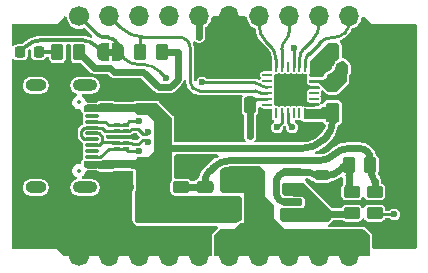
<source format=gtl>
%TF.GenerationSoftware,KiCad,Pcbnew,8.0.2*%
%TF.CreationDate,2025-03-04T21:54:34+01:00*%
%TF.ProjectId,USB-C_PD_Module,5553422d-435f-4504-945f-4d6f64756c65,rev?*%
%TF.SameCoordinates,Original*%
%TF.FileFunction,Copper,L1,Top*%
%TF.FilePolarity,Positive*%
%FSLAX46Y46*%
G04 Gerber Fmt 4.6, Leading zero omitted, Abs format (unit mm)*
G04 Created by KiCad (PCBNEW 8.0.2) date 2025-03-04 21:54:34*
%MOMM*%
%LPD*%
G01*
G04 APERTURE LIST*
G04 Aperture macros list*
%AMRoundRect*
0 Rectangle with rounded corners*
0 $1 Rounding radius*
0 $2 $3 $4 $5 $6 $7 $8 $9 X,Y pos of 4 corners*
0 Add a 4 corners polygon primitive as box body*
4,1,4,$2,$3,$4,$5,$6,$7,$8,$9,$2,$3,0*
0 Add four circle primitives for the rounded corners*
1,1,$1+$1,$2,$3*
1,1,$1+$1,$4,$5*
1,1,$1+$1,$6,$7*
1,1,$1+$1,$8,$9*
0 Add four rect primitives between the rounded corners*
20,1,$1+$1,$2,$3,$4,$5,0*
20,1,$1+$1,$4,$5,$6,$7,0*
20,1,$1+$1,$6,$7,$8,$9,0*
20,1,$1+$1,$8,$9,$2,$3,0*%
%AMFreePoly0*
4,1,19,0.500000,-0.750000,0.000000,-0.750000,0.000000,-0.744911,-0.071157,-0.744911,-0.207708,-0.704816,-0.327430,-0.627875,-0.420627,-0.520320,-0.479746,-0.390866,-0.500000,-0.250000,-0.500000,0.250000,-0.479746,0.390866,-0.420627,0.520320,-0.327430,0.627875,-0.207708,0.704816,-0.071157,0.744911,0.000000,0.744911,0.000000,0.750000,0.500000,0.750000,0.500000,-0.750000,0.500000,-0.750000,
$1*%
%AMFreePoly1*
4,1,19,0.000000,0.744911,0.071157,0.744911,0.207708,0.704816,0.327430,0.627875,0.420627,0.520320,0.479746,0.390866,0.500000,0.250000,0.500000,-0.250000,0.479746,-0.390866,0.420627,-0.520320,0.327430,-0.627875,0.207708,-0.704816,0.071157,-0.744911,0.000000,-0.744911,0.000000,-0.750000,-0.500000,-0.750000,-0.500000,0.750000,0.000000,0.750000,0.000000,0.744911,0.000000,0.744911,
$1*%
G04 Aperture macros list end*
%TA.AperFunction,EtchedComponent*%
%ADD10C,0.000000*%
%TD*%
%TA.AperFunction,SMDPad,CuDef*%
%ADD11RoundRect,0.250000X-0.250000X-0.475000X0.250000X-0.475000X0.250000X0.475000X-0.250000X0.475000X0*%
%TD*%
%TA.AperFunction,ComponentPad*%
%ADD12C,1.700000*%
%TD*%
%TA.AperFunction,ComponentPad*%
%ADD13O,1.700000X1.700000*%
%TD*%
%TA.AperFunction,SMDPad,CuDef*%
%ADD14RoundRect,0.062500X-0.062500X0.337500X-0.062500X-0.337500X0.062500X-0.337500X0.062500X0.337500X0*%
%TD*%
%TA.AperFunction,SMDPad,CuDef*%
%ADD15RoundRect,0.062500X-0.337500X0.062500X-0.337500X-0.062500X0.337500X-0.062500X0.337500X0.062500X0*%
%TD*%
%TA.AperFunction,HeatsinkPad*%
%ADD16R,2.750000X2.750000*%
%TD*%
%TA.AperFunction,SMDPad,CuDef*%
%ADD17RoundRect,0.150000X-0.425000X0.150000X-0.425000X-0.150000X0.425000X-0.150000X0.425000X0.150000X0*%
%TD*%
%TA.AperFunction,SMDPad,CuDef*%
%ADD18RoundRect,0.075000X-0.500000X0.075000X-0.500000X-0.075000X0.500000X-0.075000X0.500000X0.075000X0*%
%TD*%
%TA.AperFunction,ComponentPad*%
%ADD19O,2.100000X1.000000*%
%TD*%
%TA.AperFunction,ComponentPad*%
%ADD20O,1.800000X1.000000*%
%TD*%
%TA.AperFunction,SMDPad,CuDef*%
%ADD21FreePoly0,0.000000*%
%TD*%
%TA.AperFunction,SMDPad,CuDef*%
%ADD22FreePoly1,0.000000*%
%TD*%
%TA.AperFunction,SMDPad,CuDef*%
%ADD23RoundRect,0.225000X0.375000X-0.225000X0.375000X0.225000X-0.375000X0.225000X-0.375000X-0.225000X0*%
%TD*%
%TA.AperFunction,SMDPad,CuDef*%
%ADD24RoundRect,0.250000X-0.262500X-0.450000X0.262500X-0.450000X0.262500X0.450000X-0.262500X0.450000X0*%
%TD*%
%TA.AperFunction,SMDPad,CuDef*%
%ADD25RoundRect,0.250000X0.250000X0.475000X-0.250000X0.475000X-0.250000X-0.475000X0.250000X-0.475000X0*%
%TD*%
%TA.AperFunction,SMDPad,CuDef*%
%ADD26RoundRect,0.150000X0.725000X0.150000X-0.725000X0.150000X-0.725000X-0.150000X0.725000X-0.150000X0*%
%TD*%
%TA.AperFunction,SMDPad,CuDef*%
%ADD27RoundRect,0.250000X-0.450000X0.262500X-0.450000X-0.262500X0.450000X-0.262500X0.450000X0.262500X0*%
%TD*%
%TA.AperFunction,SMDPad,CuDef*%
%ADD28RoundRect,0.093750X0.106250X-0.093750X0.106250X0.093750X-0.106250X0.093750X-0.106250X-0.093750X0*%
%TD*%
%TA.AperFunction,HeatsinkPad*%
%ADD29R,1.600000X1.000000*%
%TD*%
%TA.AperFunction,SMDPad,CuDef*%
%ADD30RoundRect,0.218750X-0.218750X-0.256250X0.218750X-0.256250X0.218750X0.256250X-0.218750X0.256250X0*%
%TD*%
%TA.AperFunction,SMDPad,CuDef*%
%ADD31RoundRect,0.250000X0.450000X-0.262500X0.450000X0.262500X-0.450000X0.262500X-0.450000X-0.262500X0*%
%TD*%
%TA.AperFunction,SMDPad,CuDef*%
%ADD32RoundRect,0.250000X0.475000X-0.250000X0.475000X0.250000X-0.475000X0.250000X-0.475000X-0.250000X0*%
%TD*%
%TA.AperFunction,SMDPad,CuDef*%
%ADD33RoundRect,0.075000X-0.200000X0.075000X-0.200000X-0.075000X0.200000X-0.075000X0.200000X0.075000X0*%
%TD*%
%TA.AperFunction,SMDPad,CuDef*%
%ADD34RoundRect,0.250000X0.262500X0.450000X-0.262500X0.450000X-0.262500X-0.450000X0.262500X-0.450000X0*%
%TD*%
%TA.AperFunction,SMDPad,CuDef*%
%ADD35RoundRect,0.093750X-0.106250X0.093750X-0.106250X-0.093750X0.106250X-0.093750X0.106250X0.093750X0*%
%TD*%
%TA.AperFunction,ViaPad*%
%ADD36C,0.600000*%
%TD*%
%TA.AperFunction,ViaPad*%
%ADD37C,1.000000*%
%TD*%
%TA.AperFunction,Conductor*%
%ADD38C,0.609600*%
%TD*%
%TA.AperFunction,Conductor*%
%ADD39C,0.228600*%
%TD*%
%TA.AperFunction,Conductor*%
%ADD40C,0.304800*%
%TD*%
%ADD41C,0.300000*%
%ADD42C,0.350000*%
%ADD43O,1.700000X0.600000*%
%ADD44O,1.400000X0.600000*%
G04 APERTURE END LIST*
D10*
%TA.AperFunction,EtchedComponent*%
%TO.C,JP1*%
G36*
X149903100Y-102718401D02*
G01*
X149403100Y-102718401D01*
X149403100Y-102118401D01*
X149903100Y-102118401D01*
X149903100Y-102718401D01*
G37*
%TD.AperFunction*%
%TD*%
D11*
%TO.P,C1,1*%
%TO.N,VBUS*%
X168472100Y-107498401D03*
%TO.P,C1,2*%
%TO.N,GND*%
X170372100Y-107498401D03*
%TD*%
D12*
%TO.P,J3,1,Pin_1*%
%TO.N,/Connector/FAULT*%
X147009600Y-99370401D03*
D13*
%TO.P,J3,2,Pin_2*%
%TO.N,/Connector/FLIP*%
X149549600Y-99370401D03*
%TO.P,J3,3,Pin_3*%
%TO.N,/D-*%
X152089600Y-99370401D03*
%TO.P,J3,4,Pin_4*%
%TO.N,/D+*%
X154629600Y-99370401D03*
%TO.P,J3,5,Pin_5*%
%TO.N,+3V3*%
X157169600Y-99370401D03*
%TO.P,J3,6,Pin_6*%
%TO.N,GND*%
X159709600Y-99370401D03*
%TO.P,J3,7,Pin_7*%
%TO.N,/Connector/ISNK_FINE*%
X162249600Y-99370401D03*
%TO.P,J3,8,Pin_8*%
%TO.N,/Connector/ISNK_COARSE*%
X164789600Y-99370401D03*
%TO.P,J3,9,Pin_9*%
%TO.N,/Connector/VBUS_MAX*%
X167329600Y-99370401D03*
%TO.P,J3,10,Pin_10*%
%TO.N,/Connector/VBUS_MIN*%
X169869600Y-99370401D03*
%TD*%
D14*
%TO.P,U4,1,VBUS_MIN*%
%TO.N,/Connector/VBUS_MIN*%
X166172100Y-103618401D03*
%TO.P,U4,2,VBUS_MAX*%
%TO.N,/Connector/VBUS_MAX*%
X165672100Y-103618401D03*
%TO.P,U4,3,VBUS_FET_EN*%
%TO.N,/Main Sheet/VBUS_FET_EN*%
X165172100Y-103618401D03*
%TO.P,U4,4,SAFE_PWR_EN*%
%TO.N,unconnected-(U4-SAFE_PWR_EN-Pad4)*%
X164672100Y-103618401D03*
%TO.P,U4,5,ISNK_COARSE*%
%TO.N,/Connector/ISNK_COARSE*%
X164172100Y-103618401D03*
%TO.P,U4,6,ISNK_FINE*%
%TO.N,/Connector/ISNK_FINE*%
X163672100Y-103618401D03*
D15*
%TO.P,U4,7,~{HPI_INT}*%
%TO.N,unconnected-(U4-~{HPI_INT}-Pad7)*%
X162947100Y-104343401D03*
%TO.P,U4,8,GPIO_1*%
%TO.N,unconnected-(U4-GPIO_1-Pad8)*%
X162947100Y-104843401D03*
%TO.P,U4,9,FAULT*%
%TO.N,/Connector/FAULT*%
X162947100Y-105343401D03*
%TO.P,U4,10,FLIP*%
%TO.N,/Connector/FLIP*%
X162947100Y-105843401D03*
%TO.P,U4,11,VDC_OUT*%
%TO.N,VBUSOUT*%
X162947100Y-106343401D03*
%TO.P,U4,12,HPI_SDA*%
%TO.N,unconnected-(U4-HPI_SDA-Pad12)*%
X162947100Y-106843401D03*
D14*
%TO.P,U4,13,HPI_SCL*%
%TO.N,unconnected-(U4-HPI_SCL-Pad13)*%
X163672100Y-107568401D03*
%TO.P,U4,14,CC2*%
%TO.N,/USB-C Connector and Protection/CC2*%
X164172100Y-107568401D03*
%TO.P,U4,15,CC1*%
%TO.N,/USB-C Connector and Protection/CC1*%
X164672100Y-107568401D03*
%TO.P,U4,16,NC*%
%TO.N,unconnected-(U4-NC-Pad16)*%
X165172100Y-107568401D03*
%TO.P,U4,17,NC*%
%TO.N,unconnected-(U4-NC-Pad17)*%
X165672100Y-107568401D03*
%TO.P,U4,18,VBUS_IN*%
%TO.N,VBUS*%
X166172100Y-107568401D03*
D15*
%TO.P,U4,19,GND*%
%TO.N,GND*%
X166897100Y-106843401D03*
%TO.P,U4,20,NC*%
%TO.N,unconnected-(U4-NC-Pad20)*%
X166897100Y-106343401D03*
%TO.P,U4,21,NC*%
%TO.N,unconnected-(U4-NC-Pad21)*%
X166897100Y-105843401D03*
%TO.P,U4,22,GND*%
%TO.N,GND*%
X166897100Y-105343401D03*
%TO.P,U4,23,VDDD*%
%TO.N,+3V3*%
X166897100Y-104843401D03*
%TO.P,U4,24,VCCD*%
%TO.N,VCCD*%
X166897100Y-104343401D03*
D16*
%TO.P,U4,25,GND*%
%TO.N,GND*%
X164922100Y-105593401D03*
%TD*%
D17*
%TO.P,J1,A1,GND*%
%TO.N,GND*%
X148084600Y-106330401D03*
%TO.P,J1,A4,VBUS*%
%TO.N,VBUS*%
X148084600Y-107130401D03*
D18*
%TO.P,J1,A5,CC1*%
%TO.N,/USB-C Connector and Protection/CC1*%
X148084600Y-108280401D03*
%TO.P,J1,A6,D+*%
%TO.N,/D+*%
X148084600Y-109280401D03*
%TO.P,J1,A7,D-*%
%TO.N,/D-*%
X148084600Y-109780401D03*
%TO.P,J1,A8,SBU1*%
%TO.N,unconnected-(J1-SBU1-PadA8)*%
X148084600Y-110780401D03*
D17*
%TO.P,J1,A9,VBUS*%
%TO.N,VBUS*%
X148084600Y-111930401D03*
%TO.P,J1,A12,GND*%
%TO.N,GND*%
X148084600Y-112730401D03*
%TO.P,J1,B1,GND*%
X148084600Y-112730401D03*
%TO.P,J1,B4,VBUS*%
%TO.N,VBUS*%
X148084600Y-111930401D03*
D18*
%TO.P,J1,B5,CC2*%
%TO.N,/USB-C Connector and Protection/CC2*%
X148084600Y-111280401D03*
%TO.P,J1,B6,D+*%
%TO.N,/D+*%
X148084600Y-110280401D03*
%TO.P,J1,B7,D-*%
%TO.N,/D-*%
X148084600Y-108780401D03*
%TO.P,J1,B8,SBU2*%
%TO.N,unconnected-(J1-SBU2-PadB8)*%
X148084600Y-107780401D03*
D17*
%TO.P,J1,B9,VBUS*%
%TO.N,VBUS*%
X148084600Y-107130401D03*
%TO.P,J1,B12,GND*%
%TO.N,GND*%
X148084600Y-106330401D03*
D19*
%TO.P,J1,S1,SHIELD*%
%TO.N,unconnected-(J1-SHIELD-PadS1)_0*%
X147509600Y-105210401D03*
D20*
%TO.N,unconnected-(J1-SHIELD-PadS1)*%
X143329600Y-105210401D03*
D19*
%TO.N,unconnected-(J1-SHIELD-PadS1)_2*%
X147509600Y-113850401D03*
D20*
%TO.N,unconnected-(J1-SHIELD-PadS1)_1*%
X143329600Y-113850401D03*
%TD*%
D11*
%TO.P,C3,1*%
%TO.N,+3V3*%
X168472100Y-104958401D03*
%TO.P,C3,2*%
%TO.N,GND*%
X170372100Y-104958401D03*
%TD*%
D21*
%TO.P,JP1,1,A*%
%TO.N,Net-(D2-K)*%
X149003100Y-102418401D03*
D22*
%TO.P,JP1,2,B*%
%TO.N,/Connector/FAULT*%
X150303100Y-102418401D03*
%TD*%
D23*
%TO.P,D1,1,K*%
%TO.N,Net-(D1-K)*%
X167583600Y-116133401D03*
%TO.P,D1,2,A*%
%TO.N,Net-(D1-A)*%
X167583600Y-112833401D03*
%TD*%
D24*
%TO.P,R2,1*%
%TO.N,Net-(D2-A)*%
X145184600Y-102418401D03*
%TO.P,R2,2*%
%TO.N,+3V3*%
X147009600Y-102418401D03*
%TD*%
D25*
%TO.P,C4,1*%
%TO.N,VBUSOUT*%
X161482100Y-106863401D03*
%TO.P,C4,2*%
%TO.N,GND*%
X159582100Y-106863401D03*
%TD*%
D11*
%TO.P,C2,1*%
%TO.N,VCCD*%
X168472100Y-102418401D03*
%TO.P,C2,2*%
%TO.N,GND*%
X170372100Y-102418401D03*
%TD*%
D26*
%TO.P,Q1,1,S*%
%TO.N,Net-(D1-K)*%
X165078600Y-116388401D03*
%TO.P,Q1,2,G*%
%TO.N,Net-(D1-A)*%
X165078600Y-115118401D03*
%TO.P,Q1,3,S*%
%TO.N,Net-(D1-K)*%
X165078600Y-113848401D03*
%TO.P,Q1,4,G*%
%TO.N,Net-(D1-A)*%
X165078600Y-112578401D03*
%TO.P,Q1,5,D*%
%TO.N,VBUSOUT*%
X159928600Y-112578401D03*
%TO.P,Q1,6,D*%
X159928600Y-113848401D03*
%TO.P,Q1,7,D*%
%TO.N,VBUS*%
X159928600Y-115118401D03*
%TO.P,Q1,8,D*%
X159928600Y-116388401D03*
%TD*%
D27*
%TO.P,R6,1*%
%TO.N,Net-(C5-Pad2)*%
X172028600Y-114205901D03*
%TO.P,R6,2*%
%TO.N,/Main Sheet/VBUS_FET_EN*%
X172028600Y-116030901D03*
%TD*%
D28*
%TO.P,U2,1,GND*%
%TO.N,GND*%
X150169600Y-113815901D03*
%TO.P,U2,2,GND*%
X150819600Y-113815901D03*
%TO.P,U2,3,GND*%
X151469600Y-113815901D03*
%TO.P,U2,4,IN*%
%TO.N,VBUS*%
X151469600Y-112040901D03*
%TO.P,U2,5,IN*%
X150819600Y-112040901D03*
%TO.P,U2,6,IN*%
X150169600Y-112040901D03*
D29*
%TO.P,U2,7,GND*%
%TO.N,GND*%
X150819600Y-112928401D03*
%TD*%
D30*
%TO.P,D2,1,K*%
%TO.N,Net-(D2-K)*%
X142007600Y-102418401D03*
%TO.P,D2,2,A*%
%TO.N,Net-(D2-A)*%
X143582600Y-102418401D03*
%TD*%
D31*
%TO.P,R3,1*%
%TO.N,VBUS*%
X155645600Y-115649901D03*
%TO.P,R3,2*%
%TO.N,Net-(C5-Pad2)*%
X155645600Y-113824901D03*
%TD*%
D32*
%TO.P,C5,1*%
%TO.N,VBUS*%
X157677600Y-115687401D03*
%TO.P,C5,2*%
%TO.N,Net-(C5-Pad2)*%
X157677600Y-113787401D03*
%TD*%
D24*
%TO.P,R5,1*%
%TO.N,Net-(D1-A)*%
X169846100Y-111943401D03*
%TO.P,R5,2*%
%TO.N,Net-(C5-Pad2)*%
X171671100Y-111943401D03*
%TD*%
D33*
%TO.P,U1,1,IO1*%
%TO.N,/USB-C Connector and Protection/CC1*%
X150184600Y-108560401D03*
%TO.P,U1,2,IO2*%
%TO.N,/D-*%
X150184600Y-109060401D03*
%TO.P,U1,3,G*%
%TO.N,GND*%
X150184600Y-109560401D03*
%TO.P,U1,4,IO3*%
%TO.N,/D+*%
X150184600Y-110060401D03*
%TO.P,U1,5,IO4*%
%TO.N,/USB-C Connector and Protection/CC2*%
X150184600Y-110560401D03*
%TO.P,U1,6,NC*%
X150954600Y-110560401D03*
%TO.P,U1,7,NC*%
%TO.N,/D+*%
X150954600Y-110060401D03*
%TO.P,U1,8,G*%
%TO.N,GND*%
X150954600Y-109560401D03*
%TO.P,U1,9,NC*%
%TO.N,/D-*%
X150954600Y-109060401D03*
%TO.P,U1,10,NC*%
%TO.N,/USB-C Connector and Protection/CC1*%
X150954600Y-108560401D03*
%TD*%
D34*
%TO.P,R1,1*%
%TO.N,+3V3*%
X154018100Y-102418401D03*
%TO.P,R1,2*%
%TO.N,/Connector/FLIP*%
X152193100Y-102418401D03*
%TD*%
D31*
%TO.P,R4,1*%
%TO.N,Net-(D1-K)*%
X170123600Y-116030901D03*
%TO.P,R4,2*%
%TO.N,Net-(D1-A)*%
X170123600Y-114205901D03*
%TD*%
D12*
%TO.P,J2,1,Pin_1*%
%TO.N,GND*%
X147014600Y-119690401D03*
D13*
%TO.P,J2,2,Pin_2*%
X149554600Y-119690401D03*
%TO.P,J2,3,Pin_3*%
X152094600Y-119690401D03*
%TO.P,J2,4,Pin_4*%
X154634600Y-119690401D03*
%TO.P,J2,5,Pin_5*%
X157174600Y-119690401D03*
%TO.P,J2,6,Pin_6*%
%TO.N,VBUSOUT*%
X159714600Y-119690401D03*
%TO.P,J2,7,Pin_7*%
X162254600Y-119690401D03*
%TO.P,J2,8,Pin_8*%
X164794600Y-119690401D03*
%TO.P,J2,9,Pin_9*%
X167334600Y-119690401D03*
%TO.P,J2,10,Pin_10*%
X169874600Y-119690401D03*
%TD*%
D35*
%TO.P,U3,1,GND*%
%TO.N,GND*%
X151469600Y-105213901D03*
%TO.P,U3,2,GND*%
X150819600Y-105213901D03*
%TO.P,U3,3,GND*%
X150169600Y-105213901D03*
%TO.P,U3,4,IN*%
%TO.N,VBUS*%
X150169600Y-106988901D03*
%TO.P,U3,5,IN*%
X150819600Y-106988901D03*
%TO.P,U3,6,IN*%
X151469600Y-106988901D03*
D29*
%TO.P,U3,7,GND*%
%TO.N,GND*%
X150819600Y-106101401D03*
%TD*%
D36*
%TO.N,/USB-C Connector and Protection/CC1*%
X165043600Y-108768401D03*
X152089600Y-108260401D03*
%TO.N,GND*%
X141929600Y-118420401D03*
X144469600Y-115880401D03*
X174949600Y-108260401D03*
X148279600Y-117150401D03*
X141929600Y-112070401D03*
X157169600Y-108260401D03*
X149295600Y-114356401D03*
X149295600Y-113594401D03*
X141929600Y-109530401D03*
X149549600Y-115880401D03*
X174949600Y-110800401D03*
X149295600Y-112832401D03*
X173679600Y-104450401D03*
X144404600Y-109530401D03*
X143199600Y-110800401D03*
X171647600Y-104958401D03*
X146247600Y-100640401D03*
X158947600Y-109022401D03*
X143199600Y-117150401D03*
X141929600Y-115880401D03*
X145739600Y-108260401D03*
X173679600Y-106990401D03*
X158047142Y-106863401D03*
X144469600Y-112070401D03*
X174949600Y-115880401D03*
X155899600Y-106990401D03*
X141929600Y-106990401D03*
X169615600Y-109022401D03*
X171647600Y-107498401D03*
X149295600Y-106228401D03*
X172409600Y-108260401D03*
X174949600Y-105720401D03*
X144469600Y-106990401D03*
X166567600Y-109022401D03*
X149295600Y-104704401D03*
X149295600Y-105466401D03*
X174949600Y-113340401D03*
X160979600Y-103180401D03*
X143199600Y-108260401D03*
X158439600Y-103180401D03*
X155391600Y-112578401D03*
X150819600Y-117150401D03*
X147009600Y-115880401D03*
X171647600Y-102418401D03*
X174949600Y-118420401D03*
X144469600Y-118420401D03*
D37*
X164977100Y-105538401D03*
D36*
X172409600Y-118420401D03*
X172409600Y-105720401D03*
X151784800Y-109561318D03*
X145739600Y-110800401D03*
X173679600Y-109530401D03*
X156915600Y-112197401D03*
X145739600Y-117150401D03*
X168091600Y-114102401D03*
%TO.N,/D-*%
X152851600Y-109136398D03*
%TO.N,/USB-C Connector and Protection/CC2*%
X163773600Y-108768389D03*
X152089600Y-110800401D03*
%TO.N,/D+*%
X152851600Y-109986398D03*
%TO.N,VBUSOUT*%
X161487600Y-113278404D03*
X161487600Y-114864401D03*
X161487600Y-112578401D03*
X162249600Y-114864401D03*
X162249600Y-116450398D03*
X162249600Y-117212398D03*
X161487600Y-116450398D03*
X162249600Y-115626401D03*
X163011600Y-115626401D03*
X161487600Y-117212398D03*
X163011600Y-117212398D03*
X161487600Y-114102401D03*
X162249600Y-114102401D03*
X162249600Y-113278404D03*
X161487600Y-115626401D03*
X162249600Y-112578401D03*
X161482100Y-109530395D03*
X163011600Y-116450398D03*
%TO.N,+3V3*%
X155391600Y-102418401D03*
D37*
X169203921Y-103713988D03*
D36*
X157169593Y-101091994D03*
%TO.N,/Main Sheet/VBUS_FET_EN*%
X165172100Y-102003201D03*
X173679600Y-116134401D03*
%TO.N,/Connector/FAULT*%
X157423580Y-104958401D03*
X154375600Y-104577401D03*
%TD*%
D38*
%TO.N,VBUS*%
X154502598Y-110546401D02*
X153813999Y-111235000D01*
X153813999Y-111235000D02*
X153710813Y-111338187D01*
D39*
X166172100Y-107568401D02*
X168402100Y-107568401D01*
D38*
X168472100Y-107498401D02*
X168472100Y-108260651D01*
X167933107Y-109561893D02*
X167710350Y-109784651D01*
X165871322Y-110546401D02*
X154502598Y-110546401D01*
D39*
X168402100Y-107568401D02*
X168472100Y-107498401D01*
D38*
X152297500Y-111923601D02*
X151469600Y-111923601D01*
X167710350Y-109784651D02*
G75*
G02*
X165871322Y-110546410I-1839050J1839051D01*
G01*
X153710813Y-111338187D02*
G75*
G02*
X152297500Y-111923608I-1413313J1413287D01*
G01*
X168472100Y-108260651D02*
G75*
G02*
X167933075Y-109561861I-1840200J51D01*
G01*
%TO.N,Net-(C5-Pad2)*%
X171671100Y-111453728D02*
X171671100Y-111550651D01*
X157677600Y-113787401D02*
X155683100Y-113787401D01*
X169826020Y-110546401D02*
X170763772Y-110546401D01*
X159845625Y-111562401D02*
X167373179Y-111562401D01*
X171671100Y-112336151D02*
X171671100Y-112476110D01*
X158312599Y-112197400D02*
X158015243Y-112494757D01*
X171671100Y-111550651D02*
X171671100Y-112336151D01*
X157677600Y-113309901D02*
X157677600Y-113787401D01*
X172028600Y-113339191D02*
X172028600Y-114205901D01*
X155683100Y-113787401D02*
X155645600Y-113824901D01*
X159845625Y-111562401D02*
G75*
G03*
X158312593Y-112197394I-25J-2167999D01*
G01*
X171849850Y-112907651D02*
G75*
G02*
X172028603Y-113339191I-431550J-431549D01*
G01*
X168599600Y-111054401D02*
G75*
G02*
X167373179Y-111562392I-1226400J1226401D01*
G01*
X171671100Y-112476110D02*
G75*
G03*
X171849853Y-112907648I610300J10D01*
G01*
X158015243Y-112494757D02*
G75*
G03*
X157677604Y-113309901I815157J-815143D01*
G01*
X171405350Y-110812151D02*
G75*
G02*
X171671088Y-111453728I-641550J-641549D01*
G01*
X169826020Y-110546401D02*
G75*
G03*
X168599594Y-111054395I-20J-1734399D01*
G01*
X171405350Y-110812151D02*
G75*
G03*
X170763772Y-110546412I-641550J-641549D01*
G01*
D39*
%TO.N,/USB-C Connector and Protection/CC1*%
X149515568Y-108560401D02*
X149235568Y-108280401D01*
X164672100Y-107568401D02*
X164672100Y-108396901D01*
X149235568Y-108280401D02*
X148084600Y-108280401D01*
X150184600Y-108560401D02*
X149515568Y-108560401D01*
X150954600Y-108560401D02*
X151254600Y-108260401D01*
X164672100Y-108396901D02*
X165043600Y-108768401D01*
X151254600Y-108260401D02*
X152089600Y-108260401D01*
X150954600Y-108560401D02*
X150184600Y-108560401D01*
%TO.N,GND*%
X164977100Y-105538401D02*
X164922100Y-105593401D01*
X165172100Y-105343401D02*
X164977100Y-105538401D01*
D38*
X171647600Y-102418401D02*
X170372100Y-102418401D01*
D39*
X150184600Y-109560401D02*
X150954600Y-109560401D01*
X166897100Y-105343401D02*
X165172100Y-105343401D01*
X151783883Y-109560401D02*
X151784800Y-109561318D01*
X166897100Y-106843401D02*
X166172100Y-106843401D01*
X166172100Y-106843401D02*
X164922100Y-105593401D01*
D38*
X159582100Y-106863401D02*
X158047142Y-106863401D01*
X171647600Y-104958401D02*
X170372100Y-104958401D01*
X171647600Y-107498401D02*
X170372100Y-107498401D01*
D39*
X150954600Y-109560401D02*
X151783883Y-109560401D01*
%TO.N,/D-*%
X147195300Y-109042069D02*
X147456968Y-108780401D01*
X148084600Y-109780401D02*
X147456968Y-109780401D01*
X148914600Y-108780401D02*
X149194600Y-109060401D01*
X147195300Y-109518733D02*
X147195300Y-109042069D01*
X147456968Y-108780401D02*
X148084600Y-108780401D01*
X151405039Y-108937594D02*
X152029828Y-108937594D01*
X152029828Y-108937594D02*
X152414332Y-109322098D01*
X150954600Y-109060401D02*
X151282232Y-109060401D01*
X147456968Y-109780401D02*
X147195300Y-109518733D01*
X152414332Y-109322098D02*
X152665900Y-109322098D01*
X149194600Y-109060401D02*
X150184600Y-109060401D01*
X148084600Y-108780401D02*
X148914600Y-108780401D01*
X150184600Y-109060401D02*
X150954600Y-109060401D01*
X151282232Y-109060401D02*
X151405039Y-108937594D01*
X152665900Y-109322098D02*
X152851600Y-109136398D01*
%TO.N,/USB-C Connector and Protection/CC2*%
X148784600Y-111280401D02*
X149504600Y-110560401D01*
X150184600Y-110560401D02*
X150954600Y-110560401D01*
X149504600Y-110560401D02*
X150184600Y-110560401D01*
X148084600Y-111280401D02*
X148784600Y-111280401D01*
X164172100Y-107568401D02*
X164172100Y-108369889D01*
X150954600Y-110560401D02*
X151194600Y-110800401D01*
X164172100Y-108369889D02*
X163773600Y-108768389D01*
X151194600Y-110800401D02*
X152089600Y-110800401D01*
%TO.N,/D+*%
X148712232Y-109280401D02*
X148973900Y-109542069D01*
X148084600Y-109280401D02*
X148712232Y-109280401D01*
X148712232Y-110280401D02*
X148084600Y-110280401D01*
X152038800Y-110185201D02*
X152423303Y-109800698D01*
X150954600Y-110060401D02*
X151415131Y-110060401D01*
X148973900Y-109542069D02*
X148973900Y-110018733D01*
X151539931Y-110185201D02*
X152038800Y-110185201D01*
X150954600Y-110060401D02*
X150184600Y-110060401D01*
X148973900Y-110018733D02*
X149815300Y-110018733D01*
X149856968Y-110060401D02*
X150184600Y-110060401D01*
X148973900Y-110018733D02*
X148712232Y-110280401D01*
X151415131Y-110060401D02*
X151539931Y-110185201D01*
X152665900Y-109800698D02*
X152851600Y-109986398D01*
X152423303Y-109800698D02*
X152665900Y-109800698D01*
X149815300Y-110018733D02*
X149856968Y-110060401D01*
%TO.N,VBUSOUT*%
X162002100Y-106343401D02*
X161482100Y-106863401D01*
X162947100Y-106343401D02*
X162002100Y-106343401D01*
D38*
X161482100Y-106863401D02*
X161482100Y-109530395D01*
D39*
%TO.N,VCCD*%
X168472100Y-103313401D02*
X168472100Y-102418401D01*
X167442100Y-104343401D02*
X168472100Y-103313401D01*
X166897100Y-104343401D02*
X167442100Y-104343401D01*
D38*
%TO.N,+3V3*%
X149649670Y-103722601D02*
X148313800Y-103722601D01*
X155263383Y-104827804D02*
X154833535Y-105257600D01*
X154696799Y-105352992D02*
X154588640Y-105381961D01*
X154793776Y-105297016D02*
X154696799Y-105352992D01*
X154226260Y-105382201D02*
X154096037Y-105382201D01*
X148313800Y-103722601D02*
X147009600Y-102418401D01*
X155391317Y-104575878D02*
X155361507Y-104687137D01*
D39*
X167457100Y-104843401D02*
X167517100Y-104903401D01*
D38*
X155303914Y-104786888D02*
X155263383Y-104827804D01*
D40*
X168472100Y-104958401D02*
X168472100Y-104445809D01*
D38*
X149978870Y-104051801D02*
X149649670Y-103722601D01*
X155391600Y-104518286D02*
X155391317Y-104575878D01*
X157169600Y-101091987D02*
X157169593Y-101091994D01*
X157169600Y-99370401D02*
X157169600Y-101091987D01*
X154588640Y-105381961D02*
X154532654Y-105382212D01*
D40*
X167572100Y-104958401D02*
X168472100Y-104958401D01*
D38*
X154096037Y-105382201D02*
X153979710Y-105380536D01*
X155361507Y-104687137D02*
X155303914Y-104786888D01*
X153979710Y-105380536D02*
X153749920Y-105344146D01*
D40*
X168472100Y-104445809D02*
X169203921Y-103713988D01*
X167517100Y-104903401D02*
X167572100Y-104958401D01*
D39*
X166897100Y-104843401D02*
X167457100Y-104843401D01*
D38*
X154018100Y-102418401D02*
X155391600Y-102418401D01*
X155391600Y-102418401D02*
X155391600Y-104518286D01*
X154532654Y-105382212D02*
X154226260Y-105382201D01*
X152457575Y-104051801D02*
X149978870Y-104051801D01*
X154833535Y-105257600D02*
X154793776Y-105297016D01*
X153749920Y-105344146D02*
X152457575Y-104051801D01*
%TO.N,Net-(D1-K)*%
X166262957Y-114157759D02*
X167352022Y-115246824D01*
X167148287Y-116388401D02*
X165078600Y-116388401D01*
X167583600Y-115953088D02*
X167583600Y-115805901D01*
X170072350Y-116082151D02*
X170123600Y-116030901D01*
X169948621Y-116133401D02*
X167763912Y-116133401D01*
X165516099Y-113848401D02*
X165078600Y-113848401D01*
X167352022Y-115246824D02*
G75*
G02*
X167583585Y-115805901I-559122J-559076D01*
G01*
X167583600Y-115953088D02*
G75*
G03*
X167763912Y-116133400I180300J-12D01*
G01*
X167763912Y-116133401D02*
G75*
G03*
X167456097Y-116260898I-12J-435299D01*
G01*
X166262957Y-114157759D02*
G75*
G03*
X165516099Y-113848396I-746857J-746841D01*
G01*
X167456100Y-116260901D02*
G75*
G03*
X167583596Y-115953088I-307800J307801D01*
G01*
X170072350Y-116082151D02*
G75*
G02*
X169948621Y-116133410I-123750J123751D01*
G01*
X167456100Y-116260901D02*
G75*
G02*
X167148287Y-116388396I-307800J307801D01*
G01*
%TO.N,Net-(D1-A)*%
X169362204Y-112069796D02*
X168957456Y-112474544D01*
X167266600Y-112833401D02*
X167129912Y-112833401D01*
X167900600Y-112833401D02*
X167266600Y-112833401D01*
X167900600Y-112833401D02*
X168091100Y-112833401D01*
X169984850Y-114067151D02*
X170123600Y-114205901D01*
X169846100Y-112833108D02*
X169846100Y-113732178D01*
X164641100Y-112578401D02*
X164560549Y-112578401D01*
X169845600Y-112832901D02*
X169845100Y-112833401D01*
X164560549Y-115118401D02*
X165078600Y-115118401D01*
X169846100Y-112831693D02*
X169846100Y-112122151D01*
X165516099Y-112578401D02*
X164641100Y-112578401D01*
X166514287Y-112578401D02*
X165516099Y-112578401D01*
X169846100Y-112831693D02*
X169846100Y-112833108D01*
X163698800Y-114256651D02*
X163698800Y-113440150D01*
X169845600Y-112832901D02*
G75*
G03*
X169846098Y-112831693I-1200J1201D01*
G01*
X163951200Y-112830801D02*
G75*
G03*
X163698820Y-113440150I609300J-609299D01*
G01*
X169846100Y-112122151D02*
G75*
G03*
X169667350Y-111943500I-178700J-49D01*
G01*
X163698800Y-114256651D02*
G75*
G03*
X163951186Y-114866014I861700J-49D01*
G01*
X168957456Y-112474544D02*
G75*
G02*
X168091100Y-112833404I-866356J866344D01*
G01*
X169846100Y-112833108D02*
G75*
G03*
X169845587Y-112832888I-300J8D01*
G01*
X166822100Y-112705901D02*
G75*
G03*
X167129912Y-112833396I307800J307801D01*
G01*
X164560549Y-112578401D02*
G75*
G03*
X163951186Y-112830787I-49J-861699D01*
G01*
X169846100Y-113732178D02*
G75*
G03*
X169984844Y-114067157I473700J-22D01*
G01*
X166822100Y-112705901D02*
G75*
G03*
X166514287Y-112578406I-307800J-307799D01*
G01*
X169667350Y-111943401D02*
G75*
G03*
X169362188Y-112069780I-50J-431499D01*
G01*
X163951200Y-114866000D02*
G75*
G03*
X164560549Y-115118380I609300J609300D01*
G01*
D40*
%TO.N,Net-(D2-A)*%
X143582600Y-102418401D02*
X145184600Y-102418401D01*
D39*
%TO.N,/Main Sheet/VBUS_FET_EN*%
X172205285Y-116134401D02*
X173679600Y-116134401D01*
X165172100Y-103618401D02*
X165172100Y-102003201D01*
X172080350Y-116082651D02*
X172028600Y-116030901D01*
X172080350Y-116082651D02*
G75*
G03*
X172205285Y-116134407I124950J124951D01*
G01*
D40*
%TO.N,Net-(D2-K)*%
X142533800Y-101892201D02*
X142007600Y-102418401D01*
X148476900Y-101892201D02*
X149003100Y-102418401D01*
X147206540Y-101366001D02*
X143804159Y-101366001D01*
X148476900Y-101892201D02*
G75*
G03*
X147206540Y-101365984I-1270400J-1270399D01*
G01*
X143804159Y-101366001D02*
G75*
G03*
X142533833Y-101892234I41J-1796499D01*
G01*
D39*
%TO.N,/Connector/FAULT*%
X150810250Y-102925551D02*
X150303100Y-102418401D01*
X152034618Y-103432701D02*
X152421474Y-103432701D01*
X161838863Y-104958401D02*
X157423580Y-104958401D01*
X162721600Y-105343401D02*
X162947100Y-105343401D01*
D40*
X150303100Y-102027560D02*
X150303100Y-102418401D01*
D39*
X162336647Y-105183948D02*
X162303600Y-105150901D01*
D40*
X149287850Y-101148401D02*
X149423940Y-101148401D01*
D39*
X153803250Y-104005051D02*
X154375600Y-104577401D01*
D40*
X148433869Y-100794670D02*
X147009600Y-99370401D01*
X148433869Y-100794670D02*
G75*
G03*
X149287850Y-101148439I854031J853970D01*
G01*
X150045600Y-101405901D02*
G75*
G02*
X150303116Y-102027560I-621700J-621699D01*
G01*
D39*
X153803250Y-104005051D02*
G75*
G03*
X152421474Y-103432711I-1381750J-1381749D01*
G01*
X162336647Y-105183948D02*
G75*
G03*
X162721600Y-105343402I384953J384948D01*
G01*
X150810250Y-102925551D02*
G75*
G03*
X152034618Y-103432693I1224350J1224351D01*
G01*
D40*
X150045600Y-101405901D02*
G75*
G03*
X149423940Y-101148384I-621700J-621699D01*
G01*
D39*
X162303600Y-105150901D02*
G75*
G03*
X161838863Y-104958416I-464700J-464699D01*
G01*
%TO.N,/Connector/FLIP*%
X152193100Y-102418401D02*
X152193100Y-101148401D01*
X150438600Y-100259401D02*
X149549600Y-99370401D01*
X157180919Y-105665401D02*
X161930234Y-105665401D01*
X162359965Y-105843401D02*
X162947100Y-105843401D01*
X152193100Y-101148401D02*
X152343600Y-101148401D01*
X156407600Y-104892081D02*
X156407600Y-102015611D01*
X152584835Y-101148401D02*
X155540389Y-101148401D01*
X156153600Y-101402401D02*
G75*
G02*
X156407595Y-102015611I-613200J-613199D01*
G01*
X156634100Y-105438901D02*
G75*
G03*
X157180919Y-105665393I546800J546801D01*
G01*
X156153600Y-101402401D02*
G75*
G03*
X155540389Y-101148405I-613200J-613199D01*
G01*
X156407600Y-104892081D02*
G75*
G03*
X156634095Y-105438906I773300J-19D01*
G01*
X150438600Y-100259401D02*
G75*
G03*
X152584835Y-101148386I2146200J2146201D01*
G01*
X162145100Y-105754401D02*
G75*
G03*
X161930234Y-105665386I-214900J-214899D01*
G01*
X162145100Y-105754401D02*
G75*
G03*
X162359965Y-105843415I214900J214901D01*
G01*
%TO.N,/Connector/ISNK_FINE*%
X162249600Y-100132401D02*
X162249600Y-99370401D01*
X163672100Y-102967651D02*
X163672100Y-103618401D01*
X163211950Y-101856751D02*
X162788415Y-101433216D01*
X162249600Y-100132401D02*
G75*
G03*
X162788422Y-101433209I1839600J1D01*
G01*
X163211950Y-101856751D02*
G75*
G02*
X163672120Y-102967651I-1110950J-1110949D01*
G01*
%TO.N,/Connector/ISNK_COARSE*%
X164789600Y-100657012D02*
X164789600Y-99370401D01*
X164172100Y-102147789D02*
X164172100Y-103618401D01*
X164789600Y-100657012D02*
G75*
G02*
X164480836Y-101402387I-1054100J12D01*
G01*
X164480850Y-101402401D02*
G75*
G03*
X164172081Y-102147789I745350J-745399D01*
G01*
%TO.N,/Connector/VBUS_MIN*%
X168568784Y-101148401D02*
X168472600Y-101148401D01*
X169869600Y-99878401D02*
X169869600Y-99370401D01*
X166172100Y-103216151D02*
X166172100Y-103618401D01*
X169510389Y-100745611D02*
X169488600Y-100767401D01*
X166456533Y-102529467D02*
X167388587Y-101597413D01*
X169488600Y-100767401D02*
G75*
G02*
X168568784Y-101148394I-919800J919801D01*
G01*
X169869600Y-99878401D02*
G75*
G02*
X169510385Y-100745607I-1226400J1D01*
G01*
X166456533Y-102529467D02*
G75*
G03*
X166172130Y-103216151I686667J-686633D01*
G01*
X168472600Y-101148401D02*
G75*
G03*
X167388593Y-101597419I0J-1532999D01*
G01*
%TO.N,/Connector/VBUS_MAX*%
X166087785Y-102026978D02*
X166829405Y-101285358D01*
X167329600Y-100077782D02*
X167329600Y-99370401D01*
X165672100Y-103030532D02*
X165672100Y-103618401D01*
X166087785Y-102026978D02*
G75*
G03*
X165672111Y-103030532I1003515J-1003522D01*
G01*
X167329600Y-100077782D02*
G75*
G02*
X166829420Y-101285373I-1707800J-18D01*
G01*
%TD*%
%TA.AperFunction,Conductor*%
%TO.N,VBUSOUT*%
G36*
X161360600Y-114229401D02*
G01*
X161233600Y-114356401D01*
X159252962Y-114356401D01*
X159185923Y-114336716D01*
X159165281Y-114320082D01*
X158983919Y-114138720D01*
X158950434Y-114077397D01*
X158947600Y-114051039D01*
X158947600Y-112401285D01*
X158967285Y-112334246D01*
X159002696Y-112298191D01*
X159007502Y-112294980D01*
X159021536Y-112286876D01*
X159202049Y-112197858D01*
X159217004Y-112191664D01*
X159407601Y-112126966D01*
X159423236Y-112122778D01*
X159620626Y-112083516D01*
X159636682Y-112081401D01*
X159800510Y-112070665D01*
X159808618Y-112070401D01*
X161360600Y-112070401D01*
X161360600Y-114229401D01*
G37*
%TD.AperFunction*%
%TD*%
%TA.AperFunction,Conductor*%
%TO.N,VBUS*%
G36*
X168929777Y-106701086D02*
G01*
X168950419Y-106717720D01*
X169004781Y-106772082D01*
X169038266Y-106833405D01*
X169041100Y-106859763D01*
X169041100Y-108154039D01*
X169021415Y-108221078D01*
X169004781Y-108241720D01*
X168950419Y-108296082D01*
X168889096Y-108329567D01*
X168862738Y-108332401D01*
X168076462Y-108332401D01*
X168009423Y-108312716D01*
X167988781Y-108296082D01*
X167934419Y-108241720D01*
X167900934Y-108180397D01*
X167898100Y-108154039D01*
X167898100Y-108078401D01*
X166374100Y-108078401D01*
X166171462Y-108078401D01*
X166104423Y-108058716D01*
X166083781Y-108042082D01*
X166083433Y-108041734D01*
X166049948Y-107980411D01*
X166047380Y-107945942D01*
X166047599Y-107942585D01*
X166047600Y-107942580D01*
X166047599Y-107342900D01*
X166067283Y-107275862D01*
X166120087Y-107230107D01*
X166171599Y-107218901D01*
X166321775Y-107218901D01*
X166343013Y-107214676D01*
X166363586Y-107210583D01*
X166387778Y-107208201D01*
X166443516Y-107208201D01*
X166467930Y-107211687D01*
X166467934Y-107211662D01*
X166486687Y-107214130D01*
X166522921Y-107218901D01*
X167271278Y-107218900D01*
X167271280Y-107218900D01*
X167286472Y-107216900D01*
X167316860Y-107212900D01*
X167416899Y-107166251D01*
X167484431Y-107098719D01*
X167545755Y-107065235D01*
X167572112Y-107062401D01*
X167898100Y-107062401D01*
X167898100Y-106859763D01*
X167917785Y-106792724D01*
X167934419Y-106772082D01*
X167988781Y-106717720D01*
X168050104Y-106684235D01*
X168076462Y-106681401D01*
X168862738Y-106681401D01*
X168929777Y-106701086D01*
G37*
%TD.AperFunction*%
%TD*%
%TA.AperFunction,Conductor*%
%TO.N,+3V3*%
G36*
X169437777Y-103145086D02*
G01*
X169458419Y-103161720D01*
X169766781Y-103470082D01*
X169800266Y-103531405D01*
X169803100Y-103557763D01*
X169803100Y-104116179D01*
X169783415Y-104183218D01*
X169778871Y-104189812D01*
X169719307Y-104270519D01*
X169719306Y-104270520D01*
X169674453Y-104398699D01*
X169674453Y-104398701D01*
X169671600Y-104429131D01*
X169671600Y-104856539D01*
X169651915Y-104923578D01*
X169635281Y-104944220D01*
X168823419Y-105756082D01*
X168762096Y-105789567D01*
X168735738Y-105792401D01*
X168203462Y-105792401D01*
X168136423Y-105772716D01*
X168115781Y-105756082D01*
X167517100Y-105157401D01*
X167494312Y-105147962D01*
X167495202Y-105145813D01*
X167467627Y-105137716D01*
X167431565Y-105102293D01*
X167424212Y-105091289D01*
X167337217Y-105033161D01*
X167337215Y-105033160D01*
X167337212Y-105033159D01*
X167260504Y-105017901D01*
X166621600Y-105017901D01*
X166554561Y-104998216D01*
X166508806Y-104945412D01*
X166497600Y-104893901D01*
X166497600Y-104841487D01*
X166517285Y-104774448D01*
X166570089Y-104728693D01*
X166639246Y-104718749D01*
X166671600Y-104723401D01*
X167246410Y-104723401D01*
X167262593Y-104724462D01*
X167276657Y-104726313D01*
X167292917Y-104728454D01*
X167292954Y-104728458D01*
X167293246Y-104728497D01*
X167294437Y-104728660D01*
X167314560Y-104731534D01*
X167350684Y-104734101D01*
X167350685Y-104734101D01*
X167403367Y-104734101D01*
X167403430Y-104734100D01*
X167455168Y-104734100D01*
X167487259Y-104738324D01*
X167505010Y-104743081D01*
X167505970Y-104743335D01*
X167506408Y-104743452D01*
X167507845Y-104743828D01*
X167507853Y-104743830D01*
X167581668Y-104751997D01*
X167651494Y-104749506D01*
X167696686Y-104743831D01*
X167788094Y-104704047D01*
X167845488Y-104664201D01*
X167880439Y-104634994D01*
X167935827Y-104552105D01*
X167962567Y-104487555D01*
X167968523Y-104464217D01*
X167972481Y-104451580D01*
X167998629Y-104381472D01*
X168015536Y-104350508D01*
X168036397Y-104322641D01*
X168061339Y-104297699D01*
X168089209Y-104276835D01*
X168120173Y-104259928D01*
X168161995Y-104244329D01*
X168185479Y-104238112D01*
X168190789Y-104237251D01*
X168195213Y-104236534D01*
X168276784Y-104208572D01*
X168338107Y-104175087D01*
X168396325Y-104131506D01*
X168598169Y-103929662D01*
X168607140Y-103920221D01*
X168615612Y-103910838D01*
X168661524Y-103838592D01*
X168688591Y-103774178D01*
X168706936Y-103703804D01*
X168716712Y-103617018D01*
X168722888Y-103589961D01*
X168750507Y-103511033D01*
X168762548Y-103486029D01*
X168807033Y-103415232D01*
X168824338Y-103393533D01*
X168883466Y-103334405D01*
X168905165Y-103317100D01*
X168975958Y-103272618D01*
X169000974Y-103260572D01*
X169016666Y-103255081D01*
X169042438Y-103246064D01*
X169053432Y-103241931D01*
X169063989Y-103237683D01*
X169135928Y-103193747D01*
X169179850Y-103155687D01*
X169243406Y-103126663D01*
X169261053Y-103125401D01*
X169370738Y-103125401D01*
X169437777Y-103145086D01*
G37*
%TD.AperFunction*%
%TD*%
%TA.AperFunction,Conductor*%
%TO.N,Net-(D1-K)*%
G36*
X166075277Y-113487086D02*
G01*
X166095919Y-113503720D01*
X168309281Y-115717082D01*
X168342766Y-115778405D01*
X168345600Y-115804763D01*
X168345600Y-116464039D01*
X168325915Y-116531078D01*
X168309281Y-116551720D01*
X168127919Y-116733082D01*
X168066596Y-116766567D01*
X168040238Y-116769401D01*
X164332962Y-116769401D01*
X164265923Y-116749716D01*
X164245281Y-116733082D01*
X164063919Y-116551720D01*
X164030434Y-116490397D01*
X164027600Y-116464039D01*
X164027600Y-115697815D01*
X164047285Y-115630776D01*
X164100089Y-115585021D01*
X164169247Y-115575077D01*
X164206058Y-115586413D01*
X164252207Y-115608974D01*
X164286273Y-115613937D01*
X164320339Y-115618901D01*
X164320340Y-115618901D01*
X164426338Y-115618901D01*
X164442517Y-115619960D01*
X164470973Y-115623706D01*
X164560578Y-115623701D01*
X165145124Y-115623701D01*
X165146532Y-115623323D01*
X165147267Y-115623127D01*
X165179362Y-115618901D01*
X165836861Y-115618901D01*
X165859571Y-115615592D01*
X165904993Y-115608974D01*
X166010083Y-115557599D01*
X166092798Y-115474884D01*
X166144173Y-115369794D01*
X166154100Y-115301661D01*
X166154100Y-114935141D01*
X166144173Y-114867008D01*
X166092798Y-114761918D01*
X166092796Y-114761916D01*
X166092796Y-114761915D01*
X166010085Y-114679204D01*
X165904991Y-114627827D01*
X165836861Y-114617901D01*
X165836860Y-114617901D01*
X165179362Y-114617901D01*
X165147267Y-114613675D01*
X165145126Y-114613101D01*
X165145124Y-114613101D01*
X164635160Y-114613101D01*
X164635097Y-114613097D01*
X164627045Y-114613097D01*
X164627044Y-114613097D01*
X164602775Y-114613098D01*
X164568648Y-114613100D01*
X164552463Y-114612040D01*
X164484456Y-114603090D01*
X164453188Y-114594713D01*
X164397387Y-114571602D01*
X164369352Y-114555417D01*
X164321501Y-114518700D01*
X164298612Y-114495810D01*
X164261802Y-114447838D01*
X164245616Y-114419802D01*
X164222507Y-114364008D01*
X164214130Y-114332741D01*
X164205159Y-114264579D01*
X164204100Y-114248399D01*
X164204104Y-114190156D01*
X164204102Y-114190150D01*
X164204103Y-114182102D01*
X164204100Y-114182040D01*
X164204100Y-113596263D01*
X164223785Y-113529224D01*
X164240419Y-113508582D01*
X164245281Y-113503720D01*
X164306604Y-113470235D01*
X164332962Y-113467401D01*
X166008238Y-113467401D01*
X166075277Y-113487086D01*
G37*
%TD.AperFunction*%
%TD*%
%TA.AperFunction,Conductor*%
%TO.N,VBUS*%
G36*
X149160710Y-106710423D02*
G01*
X149184602Y-106717438D01*
X149223638Y-106728901D01*
X149223639Y-106728901D01*
X149367561Y-106728901D01*
X149430489Y-106710423D01*
X149465423Y-106705401D01*
X149783134Y-106705401D01*
X149850173Y-106725086D01*
X149870819Y-106741723D01*
X149875045Y-106745949D01*
X149875048Y-106745953D01*
X149875051Y-106745955D01*
X149941369Y-106790268D01*
X149941370Y-106790269D01*
X149999847Y-106801900D01*
X149999850Y-106801901D01*
X149999852Y-106801901D01*
X151639350Y-106801901D01*
X151639351Y-106801900D01*
X151654168Y-106798953D01*
X151697829Y-106790269D01*
X151697829Y-106790268D01*
X151697831Y-106790268D01*
X151708600Y-106783072D01*
X151708600Y-107467401D01*
X149676600Y-107467401D01*
X148761910Y-107467401D01*
X148703504Y-107450251D01*
X148703377Y-107450559D01*
X148700513Y-107449372D01*
X148694871Y-107447716D01*
X148693020Y-107446504D01*
X148692858Y-107446396D01*
X148692095Y-107445886D01*
X148692094Y-107445885D01*
X148692093Y-107445885D01*
X148692093Y-107445884D01*
X148611735Y-107429901D01*
X147557468Y-107429901D01*
X147551406Y-107430499D01*
X147551279Y-107429213D01*
X147488342Y-107423576D01*
X147446070Y-107395871D01*
X147426919Y-107376720D01*
X147393434Y-107315397D01*
X147390600Y-107289039D01*
X147390600Y-107124643D01*
X147410285Y-107057604D01*
X147426919Y-107036962D01*
X147470115Y-106993766D01*
X147528350Y-106892901D01*
X147578917Y-106844685D01*
X147635737Y-106830901D01*
X148542861Y-106830901D01*
X148565571Y-106827592D01*
X148610993Y-106820974D01*
X148716083Y-106769599D01*
X148716085Y-106769597D01*
X148743963Y-106741720D01*
X148805286Y-106708235D01*
X148831644Y-106705401D01*
X149125777Y-106705401D01*
X149160710Y-106710423D01*
G37*
%TD.AperFunction*%
%TD*%
%TA.AperFunction,Conductor*%
%TO.N,VBUS*%
G36*
X151708600Y-112246729D02*
G01*
X151697830Y-112239533D01*
X151697829Y-112239532D01*
X151639352Y-112227901D01*
X151639348Y-112227901D01*
X149999852Y-112227901D01*
X149999847Y-112227901D01*
X149941371Y-112239532D01*
X149913868Y-112257909D01*
X149892027Y-112272503D01*
X149825351Y-112293381D01*
X149823137Y-112293401D01*
X149676600Y-112293401D01*
X148749267Y-112293401D01*
X148694807Y-112280802D01*
X148610991Y-112239827D01*
X148542861Y-112229901D01*
X148542860Y-112229901D01*
X147635737Y-112229901D01*
X147568698Y-112210216D01*
X147528350Y-112167901D01*
X147470117Y-112067039D01*
X147470112Y-112067033D01*
X147426919Y-112023840D01*
X147393434Y-111962517D01*
X147390600Y-111936159D01*
X147390600Y-111748803D01*
X147410285Y-111681764D01*
X147463089Y-111636009D01*
X147532247Y-111626065D01*
X147538768Y-111627181D01*
X147557467Y-111630901D01*
X148611732Y-111630900D01*
X148692095Y-111614916D01*
X148692098Y-111614913D01*
X148703378Y-111610242D01*
X148704026Y-111611808D01*
X148757002Y-111595221D01*
X148759215Y-111595201D01*
X148826043Y-111595201D01*
X148826044Y-111595201D01*
X148875845Y-111581856D01*
X148889190Y-111578281D01*
X148889192Y-111578280D01*
X148906109Y-111573748D01*
X148950681Y-111548013D01*
X149012681Y-111531401D01*
X151708600Y-111531401D01*
X151708600Y-112246729D01*
G37*
%TD.AperFunction*%
%TD*%
%TA.AperFunction,Conductor*%
%TO.N,VBUS*%
G36*
X153629277Y-106725086D02*
G01*
X153649919Y-106741720D01*
X154847281Y-107939082D01*
X154880766Y-108000405D01*
X154883600Y-108026763D01*
X154883600Y-113185695D01*
X154863915Y-113252734D01*
X154859370Y-113259328D01*
X154792809Y-113349514D01*
X154792806Y-113349520D01*
X154747953Y-113477699D01*
X154747953Y-113477701D01*
X154745100Y-113508131D01*
X154745100Y-114141670D01*
X154747953Y-114172100D01*
X154747953Y-114172102D01*
X154790154Y-114292701D01*
X154792807Y-114300283D01*
X154873450Y-114409551D01*
X154969033Y-114480094D01*
X154982718Y-114490194D01*
X154982720Y-114490195D01*
X155009342Y-114499510D01*
X155056070Y-114528871D01*
X155137600Y-114610401D01*
X160650100Y-114610401D01*
X160717139Y-114630086D01*
X160762894Y-114682890D01*
X160774100Y-114734401D01*
X160774100Y-114808510D01*
X160779387Y-114854826D01*
X160792659Y-114912200D01*
X160794552Y-114922260D01*
X160797303Y-114941133D01*
X160798600Y-114959019D01*
X160798600Y-115277782D01*
X160797304Y-115295657D01*
X160794575Y-115314390D01*
X160794550Y-115314562D01*
X160792655Y-115324630D01*
X160779388Y-115381970D01*
X160774100Y-115428295D01*
X160774100Y-116078510D01*
X160779387Y-116124828D01*
X160792662Y-116182215D01*
X160794556Y-116192276D01*
X160797304Y-116211142D01*
X160798600Y-116229014D01*
X160798600Y-116543255D01*
X160785999Y-116597718D01*
X160782323Y-116605237D01*
X160758605Y-116638455D01*
X160753654Y-116643406D01*
X160720441Y-116667122D01*
X160717069Y-116668770D01*
X160712921Y-116670798D01*
X160659121Y-116683246D01*
X160659124Y-116683356D01*
X160658587Y-116683370D01*
X160658455Y-116683401D01*
X160657461Y-116683401D01*
X160635481Y-116684579D01*
X160609134Y-116687412D01*
X160609132Y-116687413D01*
X160532621Y-116711371D01*
X160532616Y-116711372D01*
X160471288Y-116744861D01*
X160424484Y-116779899D01*
X160424463Y-116779917D01*
X160344299Y-116860082D01*
X160282976Y-116893567D01*
X160256618Y-116896401D01*
X152044962Y-116896401D01*
X151977923Y-116876716D01*
X151957281Y-116860082D01*
X151744919Y-116647720D01*
X151711434Y-116586397D01*
X151708600Y-116560039D01*
X151708600Y-114244396D01*
X151728285Y-114177357D01*
X151744919Y-114156715D01*
X151779534Y-114122100D01*
X151822811Y-114078823D01*
X151867246Y-113978187D01*
X151870100Y-113953586D01*
X151870099Y-113678217D01*
X151867246Y-113653615D01*
X151856334Y-113628901D01*
X151822394Y-113552034D01*
X151813322Y-113482756D01*
X151814211Y-113477756D01*
X151820100Y-113448151D01*
X151820100Y-112408650D01*
X151820099Y-112408648D01*
X151808468Y-112350171D01*
X151808467Y-112350170D01*
X151764152Y-112283848D01*
X151708600Y-112246729D01*
X151708600Y-111531401D01*
X151895281Y-111344720D01*
X151956604Y-111311235D01*
X151982962Y-111308401D01*
X152851600Y-111308401D01*
X153359600Y-110800401D01*
X153359600Y-108260401D01*
X152851600Y-107752401D01*
X152044962Y-107752401D01*
X151977923Y-107732716D01*
X151957281Y-107716082D01*
X151708600Y-107467401D01*
X151708600Y-106783072D01*
X151764152Y-106745953D01*
X151764156Y-106745946D01*
X151768381Y-106741723D01*
X151829703Y-106708236D01*
X151856066Y-106705401D01*
X153562238Y-106705401D01*
X153629277Y-106725086D01*
G37*
%TD.AperFunction*%
%TD*%
%TA.AperFunction,Conductor*%
%TO.N,VCCD*%
G36*
X168802777Y-101621086D02*
G01*
X168823419Y-101637720D01*
X169004781Y-101819082D01*
X169038266Y-101880405D01*
X169041100Y-101906763D01*
X169041100Y-102887859D01*
X169021415Y-102954898D01*
X168968611Y-103000653D01*
X168958054Y-103004901D01*
X168876229Y-103033532D01*
X168876223Y-103033535D01*
X168733036Y-103123506D01*
X168733030Y-103123511D01*
X168613444Y-103243097D01*
X168613439Y-103243103D01*
X168523468Y-103386290D01*
X168523466Y-103386293D01*
X168467606Y-103545931D01*
X168453042Y-103675199D01*
X168425975Y-103739613D01*
X168417503Y-103748996D01*
X168215659Y-103950840D01*
X168154336Y-103984325D01*
X168141231Y-103986449D01*
X168114616Y-103989309D01*
X167979771Y-104039603D01*
X167979764Y-104039607D01*
X167864555Y-104125853D01*
X167864552Y-104125856D01*
X167778306Y-104241065D01*
X167778302Y-104241072D01*
X167728009Y-104375917D01*
X167726519Y-104389772D01*
X167699779Y-104454322D01*
X167642385Y-104494168D01*
X167572559Y-104496659D01*
X167571138Y-104496287D01*
X167505129Y-104478600D01*
X167505127Y-104478600D01*
X167409073Y-104478600D01*
X167401477Y-104478600D01*
X167401461Y-104478601D01*
X167350684Y-104478601D01*
X167326269Y-104475114D01*
X167326266Y-104475140D01*
X167271288Y-104467902D01*
X167271285Y-104467901D01*
X167271279Y-104467901D01*
X167271272Y-104467901D01*
X166671600Y-104467901D01*
X166604561Y-104448216D01*
X166558806Y-104395412D01*
X166547600Y-104343901D01*
X166547600Y-104193724D01*
X166532033Y-104115466D01*
X166538260Y-104045874D01*
X166541254Y-104038899D01*
X166541599Y-104038161D01*
X166547600Y-103992580D01*
X166547599Y-103257262D01*
X166567283Y-103190224D01*
X166583913Y-103169587D01*
X167898100Y-101855401D01*
X168115781Y-101637720D01*
X168177104Y-101604235D01*
X168203462Y-101601401D01*
X168735738Y-101601401D01*
X168802777Y-101621086D01*
G37*
%TD.AperFunction*%
%TD*%
%TA.AperFunction,Conductor*%
%TO.N,GND*%
G36*
X146249397Y-101738586D02*
G01*
X146295152Y-101791390D01*
X146305096Y-101860548D01*
X146299586Y-101883093D01*
X146299453Y-101883701D01*
X146296600Y-101914131D01*
X146296600Y-102922670D01*
X146299453Y-102953100D01*
X146299453Y-102953102D01*
X146344306Y-103081281D01*
X146344307Y-103081283D01*
X146424950Y-103190551D01*
X146534218Y-103271194D01*
X146576945Y-103286145D01*
X146662399Y-103316047D01*
X146692830Y-103318901D01*
X146692834Y-103318901D01*
X147144136Y-103318901D01*
X147211175Y-103338586D01*
X147231817Y-103355220D01*
X148003538Y-104126941D01*
X148118761Y-104193465D01*
X148141243Y-104199489D01*
X148247276Y-104227901D01*
X149389006Y-104227901D01*
X149456045Y-104247586D01*
X149476686Y-104264219D01*
X149668608Y-104456142D01*
X149783831Y-104522665D01*
X149805981Y-104528600D01*
X149912346Y-104557101D01*
X152196911Y-104557101D01*
X152263950Y-104576786D01*
X152284592Y-104593420D01*
X153357606Y-105666434D01*
X153370241Y-105681227D01*
X153380231Y-105694976D01*
X153380234Y-105694980D01*
X153406295Y-105716083D01*
X153415941Y-105724769D01*
X153439659Y-105748487D01*
X153454389Y-105756991D01*
X153470422Y-105768010D01*
X153483633Y-105778708D01*
X153506213Y-105788760D01*
X153514274Y-105792349D01*
X153525847Y-105798246D01*
X153554881Y-105815010D01*
X153571297Y-105819408D01*
X153589645Y-105825905D01*
X153605179Y-105832821D01*
X153638310Y-105838067D01*
X153650991Y-105840762D01*
X153683396Y-105849445D01*
X153700394Y-105849445D01*
X153719788Y-105850971D01*
X153806666Y-105864728D01*
X153863637Y-105873750D01*
X153878041Y-105876920D01*
X153905961Y-105884832D01*
X153927485Y-105885140D01*
X153945104Y-105886652D01*
X153966380Y-105890022D01*
X153995254Y-105886986D01*
X154009969Y-105886320D01*
X154014604Y-105886386D01*
X154029024Y-105887436D01*
X154029509Y-105887499D01*
X154029513Y-105887501D01*
X154091574Y-105887501D01*
X154093348Y-105887513D01*
X154102629Y-105887646D01*
X154155319Y-105888401D01*
X154155319Y-105888400D01*
X154155323Y-105888401D01*
X154155326Y-105888400D01*
X154155819Y-105888343D01*
X154170246Y-105887501D01*
X154218310Y-105887501D01*
X154458224Y-105887508D01*
X154463244Y-105887827D01*
X154468392Y-105887803D01*
X154468396Y-105887805D01*
X154533617Y-105887511D01*
X154534164Y-105887511D01*
X154599160Y-105887514D01*
X154599164Y-105887512D01*
X154605400Y-105887513D01*
X154609230Y-105887262D01*
X154655111Y-105887268D01*
X154655114Y-105887266D01*
X154655148Y-105887267D01*
X154656015Y-105887150D01*
X154656561Y-105887077D01*
X154657394Y-105886967D01*
X154657426Y-105886958D01*
X154657429Y-105886958D01*
X154720321Y-105869801D01*
X154720844Y-105869661D01*
X154891781Y-105823879D01*
X154891781Y-105823878D01*
X154891788Y-105823877D01*
X154915713Y-105810067D01*
X155045495Y-105735155D01*
X155102283Y-105702697D01*
X155102286Y-105702693D01*
X155102300Y-105702686D01*
X155102827Y-105702283D01*
X155103231Y-105701974D01*
X155103978Y-105701405D01*
X155103992Y-105701390D01*
X155103995Y-105701389D01*
X155136559Y-105668829D01*
X155139313Y-105666416D01*
X155143768Y-105661961D01*
X155143772Y-105661959D01*
X155189999Y-105615736D01*
X155236528Y-105569610D01*
X155236530Y-105569606D01*
X155240290Y-105565879D01*
X155243433Y-105562308D01*
X155568055Y-105237726D01*
X155572055Y-105234203D01*
X155575548Y-105230675D01*
X155575552Y-105230674D01*
X155621498Y-105184290D01*
X155667705Y-105138090D01*
X155667705Y-105138088D01*
X155671968Y-105133827D01*
X155674746Y-105130657D01*
X155708251Y-105097155D01*
X155708253Y-105097150D01*
X155708271Y-105097133D01*
X155708660Y-105096623D01*
X155708981Y-105096203D01*
X155709693Y-105095274D01*
X155709714Y-105095236D01*
X155709716Y-105095235D01*
X155741999Y-105038703D01*
X155759567Y-105008274D01*
X155759577Y-105008261D01*
X155770211Y-104989842D01*
X155803720Y-104931802D01*
X155831347Y-104883951D01*
X155832536Y-104881973D01*
X155832570Y-104881888D01*
X155833393Y-104878369D01*
X155849025Y-104820027D01*
X155885389Y-104760366D01*
X155948236Y-104729836D01*
X156017611Y-104738130D01*
X156071490Y-104782615D01*
X156092765Y-104849167D01*
X156092800Y-104852119D01*
X156092800Y-104941638D01*
X156092806Y-104941741D01*
X156092806Y-104958401D01*
X156092806Y-104977711D01*
X156097685Y-105008518D01*
X156107925Y-105073184D01*
X156119596Y-105146878D01*
X156145542Y-105226736D01*
X156172520Y-105309772D01*
X156172522Y-105309775D01*
X156181594Y-105327580D01*
X156250276Y-105462378D01*
X156350948Y-105600943D01*
X156350950Y-105600945D01*
X156371907Y-105621902D01*
X156371917Y-105621913D01*
X156375165Y-105625160D01*
X156375179Y-105625186D01*
X156472047Y-105722056D01*
X156472049Y-105722057D01*
X156472052Y-105722060D01*
X156610618Y-105822732D01*
X156610622Y-105822734D01*
X156610625Y-105822736D01*
X156683716Y-105859976D01*
X156763227Y-105900488D01*
X156926121Y-105953413D01*
X157095289Y-105980203D01*
X157180927Y-105980201D01*
X160727828Y-105980201D01*
X160794867Y-105999886D01*
X160840622Y-106052690D01*
X160850566Y-106121848D01*
X160832228Y-106166548D01*
X160833651Y-106167300D01*
X160829306Y-106175520D01*
X160784453Y-106303699D01*
X160784453Y-106303701D01*
X160781600Y-106334131D01*
X160781600Y-107392670D01*
X160784453Y-107423100D01*
X160784453Y-107423102D01*
X160825772Y-107541181D01*
X160829307Y-107551283D01*
X160909950Y-107660551D01*
X160926434Y-107672716D01*
X160968684Y-107728363D01*
X160976800Y-107772486D01*
X160976800Y-109519116D01*
X160976453Y-109523967D01*
X160976453Y-109536832D01*
X160976800Y-109541678D01*
X160976800Y-109596923D01*
X160994784Y-109664042D01*
X160995803Y-109669002D01*
X160998909Y-109679570D01*
X160999714Y-109682437D01*
X161011235Y-109725431D01*
X161011237Y-109725436D01*
X161032648Y-109762520D01*
X161077760Y-109840656D01*
X161077764Y-109840660D01*
X161078495Y-109841613D01*
X161078864Y-109842569D01*
X161081824Y-109847695D01*
X161081024Y-109848156D01*
X161103690Y-109906782D01*
X161089653Y-109975227D01*
X161040839Y-110025217D01*
X160980120Y-110041101D01*
X155213100Y-110041101D01*
X155146061Y-110021416D01*
X155100306Y-109968612D01*
X155089100Y-109917101D01*
X155089100Y-108026762D01*
X155088122Y-108008521D01*
X155087922Y-108004794D01*
X155086136Y-107988187D01*
X155085088Y-107978435D01*
X155085087Y-107978433D01*
X155074905Y-107945916D01*
X155061129Y-107901919D01*
X155027644Y-107840596D01*
X155027639Y-107840589D01*
X154992601Y-107793785D01*
X154992598Y-107793782D01*
X154992591Y-107793772D01*
X154403819Y-107205000D01*
X153795234Y-106596414D01*
X153795220Y-106596401D01*
X153778883Y-106581726D01*
X153778869Y-106581714D01*
X153758220Y-106565073D01*
X153687175Y-106527910D01*
X153620143Y-106508227D01*
X153619494Y-106508133D01*
X153562238Y-106499901D01*
X151856066Y-106499901D01*
X151856065Y-106499901D01*
X151834108Y-106501078D01*
X151834063Y-106501081D01*
X151807735Y-106503913D01*
X151807732Y-106503913D01*
X151807731Y-106503914D01*
X151731211Y-106527876D01*
X151731205Y-106527878D01*
X151685669Y-106552745D01*
X151682327Y-106553472D01*
X151677936Y-106556406D01*
X151672146Y-106559912D01*
X151669885Y-106561365D01*
X151667286Y-106563311D01*
X151661880Y-106567136D01*
X151649982Y-106575086D01*
X151649358Y-106575502D01*
X151582683Y-106596381D01*
X151580467Y-106596401D01*
X150061735Y-106596401D01*
X149994696Y-106576716D01*
X149983930Y-106568953D01*
X149979118Y-106565075D01*
X149979116Y-106565074D01*
X149979115Y-106565073D01*
X149908071Y-106527911D01*
X149907952Y-106527876D01*
X149841039Y-106508227D01*
X149840390Y-106508133D01*
X149783134Y-106499901D01*
X149465423Y-106499901D01*
X149465421Y-106499901D01*
X149436178Y-106501992D01*
X149401245Y-106507014D01*
X149401231Y-106507016D01*
X149372602Y-106513244D01*
X149372577Y-106513250D01*
X149355121Y-106518377D01*
X149320184Y-106523401D01*
X149271017Y-106523401D01*
X149236088Y-106518379D01*
X149218604Y-106513246D01*
X149189952Y-106507014D01*
X149189193Y-106506904D01*
X149155021Y-106501992D01*
X149125780Y-106499901D01*
X149125777Y-106499901D01*
X148831644Y-106499901D01*
X148831643Y-106499901D01*
X148809663Y-106501079D01*
X148783316Y-106503912D01*
X148783314Y-106503913D01*
X148706803Y-106527871D01*
X148706800Y-106527872D01*
X148706798Y-106527872D01*
X148706793Y-106527875D01*
X148645482Y-106561353D01*
X148645475Y-106561357D01*
X148600861Y-106594755D01*
X148581013Y-106606887D01*
X148568916Y-106612801D01*
X148514455Y-106625401D01*
X147696531Y-106625401D01*
X147629492Y-106605716D01*
X147583737Y-106552912D01*
X147576756Y-106533495D01*
X147575260Y-106527911D01*
X147545881Y-106418266D01*
X147470115Y-106287036D01*
X147362965Y-106179886D01*
X147362963Y-106179885D01*
X147362961Y-106179883D01*
X147297844Y-106142288D01*
X147249628Y-106091721D01*
X147236406Y-106023114D01*
X147262374Y-105958249D01*
X147319288Y-105917721D01*
X147359844Y-105910901D01*
X148128595Y-105910901D01*
X148241707Y-105888401D01*
X148263928Y-105883981D01*
X148391411Y-105831176D01*
X148506142Y-105754515D01*
X148603714Y-105656943D01*
X148680375Y-105542212D01*
X148690445Y-105517902D01*
X148733178Y-105414733D01*
X148733180Y-105414729D01*
X148747688Y-105341793D01*
X148760100Y-105279396D01*
X148760100Y-105141405D01*
X148733181Y-105006078D01*
X148733180Y-105006077D01*
X148733180Y-105006073D01*
X148733178Y-105006068D01*
X148680378Y-104878596D01*
X148680371Y-104878583D01*
X148603714Y-104763859D01*
X148603711Y-104763855D01*
X148506145Y-104666289D01*
X148506141Y-104666286D01*
X148391417Y-104589629D01*
X148391404Y-104589622D01*
X148263932Y-104536822D01*
X148263922Y-104536819D01*
X148128595Y-104509901D01*
X148128593Y-104509901D01*
X146890607Y-104509901D01*
X146890605Y-104509901D01*
X146755277Y-104536819D01*
X146755267Y-104536822D01*
X146627795Y-104589622D01*
X146627782Y-104589629D01*
X146513058Y-104666286D01*
X146513054Y-104666289D01*
X146415488Y-104763855D01*
X146415485Y-104763859D01*
X146338828Y-104878583D01*
X146338821Y-104878596D01*
X146286021Y-105006068D01*
X146286018Y-105006078D01*
X146259100Y-105141405D01*
X146259100Y-105141408D01*
X146259100Y-105279394D01*
X146259100Y-105279396D01*
X146259099Y-105279396D01*
X146286018Y-105414723D01*
X146286021Y-105414733D01*
X146338821Y-105542205D01*
X146338828Y-105542218D01*
X146415485Y-105656942D01*
X146415488Y-105656946D01*
X146513054Y-105754512D01*
X146513058Y-105754515D01*
X146627782Y-105831172D01*
X146627795Y-105831179D01*
X146760899Y-105886312D01*
X146760150Y-105888118D01*
X146811041Y-105921453D01*
X146839511Y-105985259D01*
X146828965Y-106054328D01*
X146782752Y-106106732D01*
X146778625Y-106109223D01*
X146656235Y-106179886D01*
X146656232Y-106179888D01*
X146549087Y-106287033D01*
X146549085Y-106287036D01*
X146473319Y-106418264D01*
X146434979Y-106561353D01*
X146434100Y-106564635D01*
X146434100Y-106716167D01*
X146444506Y-106755002D01*
X146473319Y-106862537D01*
X146510584Y-106927081D01*
X146549085Y-106993766D01*
X146656235Y-107100916D01*
X146787465Y-107176682D01*
X146933834Y-107215901D01*
X146933836Y-107215901D01*
X147064670Y-107215901D01*
X147131709Y-107235586D01*
X147177464Y-107288390D01*
X147187959Y-107326645D01*
X147189111Y-107337365D01*
X147189112Y-107337368D01*
X147213070Y-107413879D01*
X147213071Y-107413884D01*
X147218104Y-107423100D01*
X147246556Y-107475206D01*
X147246558Y-107475209D01*
X147246560Y-107475212D01*
X147281598Y-107522016D01*
X147281602Y-107522020D01*
X147281609Y-107522030D01*
X147281616Y-107522037D01*
X147283593Y-107524014D01*
X147284042Y-107524836D01*
X147284507Y-107525373D01*
X147284390Y-107525474D01*
X147317078Y-107585337D01*
X147317530Y-107635884D01*
X147309100Y-107678267D01*
X147309100Y-107882530D01*
X147309101Y-107882533D01*
X147325010Y-107962520D01*
X147325086Y-107962899D01*
X147329759Y-107974181D01*
X147328314Y-107974779D01*
X147345036Y-108028189D01*
X147329082Y-108086339D01*
X147329759Y-108086620D01*
X147327526Y-108092010D01*
X147326550Y-108095569D01*
X147325150Y-108097746D01*
X147325084Y-108097906D01*
X147309100Y-108178264D01*
X147309100Y-108382532D01*
X147309101Y-108382538D01*
X147313232Y-108403308D01*
X147307002Y-108472899D01*
X147267113Y-108525860D01*
X147263680Y-108528494D01*
X146943399Y-108848774D01*
X146943394Y-108848780D01*
X146901954Y-108920557D01*
X146901954Y-108920558D01*
X146901953Y-108920560D01*
X146901953Y-108920561D01*
X146880500Y-109000625D01*
X146880500Y-109560177D01*
X146890346Y-109596923D01*
X146891372Y-109600752D01*
X146891372Y-109600753D01*
X146901951Y-109640239D01*
X146901952Y-109640240D01*
X146901953Y-109640242D01*
X146943397Y-109712025D01*
X146943398Y-109712026D01*
X146943399Y-109712027D01*
X147263677Y-110032304D01*
X147267104Y-110034934D01*
X147269260Y-110037887D01*
X147269423Y-110038050D01*
X147269397Y-110038075D01*
X147308304Y-110091363D01*
X147313231Y-110157492D01*
X147309100Y-110178262D01*
X147309100Y-110382530D01*
X147325086Y-110462899D01*
X147329759Y-110474181D01*
X147328314Y-110474779D01*
X147345036Y-110528189D01*
X147329082Y-110586339D01*
X147329759Y-110586620D01*
X147327526Y-110592010D01*
X147326550Y-110595569D01*
X147325150Y-110597746D01*
X147325084Y-110597906D01*
X147309100Y-110678264D01*
X147309100Y-110882530D01*
X147311564Y-110894916D01*
X147324957Y-110962253D01*
X147325086Y-110962899D01*
X147329759Y-110974181D01*
X147328314Y-110974779D01*
X147345036Y-111028189D01*
X147329082Y-111086339D01*
X147329759Y-111086620D01*
X147327526Y-111092010D01*
X147326550Y-111095569D01*
X147325150Y-111097746D01*
X147325084Y-111097906D01*
X147309100Y-111178264D01*
X147309100Y-111382531D01*
X147314550Y-111409929D01*
X147308321Y-111479521D01*
X147276976Y-111525292D01*
X147275702Y-111526465D01*
X147257760Y-111544045D01*
X147257754Y-111544052D01*
X147213111Y-111623862D01*
X147213109Y-111623867D01*
X147198949Y-111672092D01*
X147193425Y-111690905D01*
X147186574Y-111738550D01*
X147157549Y-111802105D01*
X147098771Y-111839878D01*
X147063837Y-111844901D01*
X146933834Y-111844901D01*
X146787463Y-111884120D01*
X146656235Y-111959886D01*
X146656232Y-111959888D01*
X146549087Y-112067033D01*
X146549085Y-112067036D01*
X146473319Y-112198264D01*
X146441615Y-112316589D01*
X146434100Y-112344635D01*
X146434100Y-112496167D01*
X146445000Y-112536846D01*
X146473319Y-112642537D01*
X146494385Y-112679023D01*
X146549085Y-112773766D01*
X146656235Y-112880916D01*
X146656236Y-112880917D01*
X146656238Y-112880918D01*
X146778624Y-112951578D01*
X146826840Y-113002145D01*
X146840062Y-113070752D01*
X146814094Y-113135617D01*
X146760581Y-113173722D01*
X146760899Y-113174490D01*
X146757564Y-113175871D01*
X146757180Y-113176145D01*
X146755900Y-113176560D01*
X146627795Y-113229622D01*
X146627782Y-113229629D01*
X146513058Y-113306286D01*
X146513054Y-113306289D01*
X146415488Y-113403855D01*
X146415485Y-113403859D01*
X146338828Y-113518583D01*
X146338821Y-113518596D01*
X146286021Y-113646068D01*
X146286018Y-113646078D01*
X146259100Y-113781405D01*
X146259100Y-113781408D01*
X146259100Y-113919394D01*
X146259100Y-113919396D01*
X146259099Y-113919396D01*
X146286018Y-114054723D01*
X146286021Y-114054733D01*
X146338821Y-114182205D01*
X146338828Y-114182218D01*
X146415485Y-114296942D01*
X146415488Y-114296946D01*
X146513054Y-114394512D01*
X146513058Y-114394515D01*
X146627782Y-114471172D01*
X146627795Y-114471179D01*
X146752100Y-114522667D01*
X146755272Y-114523981D01*
X146755276Y-114523981D01*
X146755277Y-114523982D01*
X146890604Y-114550901D01*
X146890607Y-114550901D01*
X148128595Y-114550901D01*
X148219641Y-114532790D01*
X148263928Y-114523981D01*
X148391411Y-114471176D01*
X148506142Y-114394515D01*
X148603714Y-114296943D01*
X148680375Y-114182212D01*
X148733180Y-114054729D01*
X148760100Y-113919394D01*
X148760100Y-113781408D01*
X148760100Y-113781405D01*
X148733181Y-113646078D01*
X148733180Y-113646077D01*
X148733180Y-113646073D01*
X148728609Y-113635037D01*
X148680378Y-113518596D01*
X148680371Y-113518583D01*
X148603714Y-113403859D01*
X148603711Y-113403855D01*
X148506145Y-113306289D01*
X148506141Y-113306286D01*
X148391417Y-113229629D01*
X148391404Y-113229622D01*
X148263932Y-113176822D01*
X148263922Y-113176819D01*
X148128595Y-113149901D01*
X148128593Y-113149901D01*
X147359844Y-113149901D01*
X147292805Y-113130216D01*
X147247050Y-113077412D01*
X147237106Y-113008254D01*
X147266131Y-112944698D01*
X147297844Y-112918514D01*
X147330041Y-112899925D01*
X147362965Y-112880916D01*
X147470115Y-112773766D01*
X147545881Y-112642536D01*
X147576756Y-112527306D01*
X147613121Y-112467647D01*
X147675968Y-112437118D01*
X147696531Y-112435401D01*
X148514457Y-112435401D01*
X148568915Y-112447999D01*
X148604552Y-112465421D01*
X148648489Y-112481014D01*
X148685136Y-112489492D01*
X148702940Y-112493611D01*
X148702943Y-112493612D01*
X148702946Y-112493612D01*
X148702949Y-112493613D01*
X148749267Y-112498901D01*
X149823133Y-112498901D01*
X149823137Y-112498901D01*
X149823879Y-112498897D01*
X149824999Y-112498893D01*
X149825941Y-112498884D01*
X149827207Y-112498873D01*
X149886758Y-112489492D01*
X149886759Y-112489491D01*
X149886763Y-112489491D01*
X149914574Y-112480782D01*
X149953434Y-112468614D01*
X149966135Y-112462536D01*
X150001651Y-112445545D01*
X150055169Y-112433401D01*
X151490600Y-112433401D01*
X151557639Y-112453086D01*
X151603394Y-112505890D01*
X151614600Y-112557401D01*
X151614600Y-113415788D01*
X151612452Y-113438766D01*
X151611889Y-113441748D01*
X151610995Y-113446779D01*
X151609562Y-113509442D01*
X151609562Y-113509447D01*
X151618634Y-113578717D01*
X151634404Y-113635040D01*
X151654033Y-113679496D01*
X151664599Y-113729581D01*
X151664599Y-113895052D01*
X151644914Y-113962091D01*
X151628280Y-113982733D01*
X151599614Y-114011398D01*
X151599611Y-114011401D01*
X151584925Y-114027750D01*
X151584913Y-114027764D01*
X151568272Y-114048413D01*
X151531109Y-114119458D01*
X151511426Y-114186490D01*
X151503100Y-114244399D01*
X151503100Y-116560039D01*
X151504278Y-116582019D01*
X151507111Y-116608366D01*
X151507112Y-116608368D01*
X151531070Y-116684879D01*
X151531071Y-116684884D01*
X151545472Y-116711256D01*
X151564556Y-116746206D01*
X151564558Y-116746209D01*
X151564560Y-116746212D01*
X151599598Y-116793016D01*
X151599602Y-116793020D01*
X151599609Y-116793030D01*
X151599616Y-116793037D01*
X151811965Y-117005387D01*
X151811966Y-117005388D01*
X151828316Y-117020075D01*
X151828330Y-117020087D01*
X151828338Y-117020094D01*
X151836736Y-117026861D01*
X151848979Y-117036728D01*
X151920024Y-117073891D01*
X151987056Y-117093574D01*
X151987058Y-117093574D01*
X151987064Y-117093576D01*
X152044962Y-117101901D01*
X158660118Y-117101901D01*
X158727157Y-117121586D01*
X158772912Y-117174390D01*
X158782856Y-117243548D01*
X158753831Y-117307104D01*
X158747799Y-117313582D01*
X158330613Y-117730766D01*
X158330612Y-117730767D01*
X158315925Y-117747117D01*
X158315913Y-117747131D01*
X158299272Y-117767780D01*
X158262109Y-117838825D01*
X158242426Y-117905857D01*
X158242425Y-117905865D01*
X158234101Y-117963762D01*
X158234100Y-117963766D01*
X158234100Y-119566401D01*
X158214415Y-119633440D01*
X158161611Y-119679195D01*
X158110100Y-119690401D01*
X145790962Y-119690401D01*
X145723923Y-119670716D01*
X145703281Y-119654082D01*
X145104600Y-119055401D01*
X141418600Y-119055401D01*
X141351561Y-119035716D01*
X141305806Y-118982912D01*
X141294600Y-118931401D01*
X141294600Y-113919396D01*
X142229099Y-113919396D01*
X142256018Y-114054723D01*
X142256021Y-114054733D01*
X142308821Y-114182205D01*
X142308828Y-114182218D01*
X142385485Y-114296942D01*
X142385488Y-114296946D01*
X142483054Y-114394512D01*
X142483058Y-114394515D01*
X142597782Y-114471172D01*
X142597795Y-114471179D01*
X142722100Y-114522667D01*
X142725272Y-114523981D01*
X142725276Y-114523981D01*
X142725277Y-114523982D01*
X142860604Y-114550901D01*
X142860607Y-114550901D01*
X143798595Y-114550901D01*
X143889641Y-114532790D01*
X143933928Y-114523981D01*
X144061411Y-114471176D01*
X144176142Y-114394515D01*
X144273714Y-114296943D01*
X144350375Y-114182212D01*
X144403180Y-114054729D01*
X144430100Y-113919394D01*
X144430100Y-113781408D01*
X144430100Y-113781405D01*
X144403181Y-113646078D01*
X144403180Y-113646077D01*
X144403180Y-113646073D01*
X144398609Y-113635037D01*
X144350378Y-113518596D01*
X144350371Y-113518583D01*
X144273714Y-113403859D01*
X144273711Y-113403855D01*
X144176145Y-113306289D01*
X144176141Y-113306286D01*
X144061417Y-113229629D01*
X144061404Y-113229622D01*
X143933932Y-113176822D01*
X143933922Y-113176819D01*
X143798595Y-113149901D01*
X143798593Y-113149901D01*
X142860607Y-113149901D01*
X142860605Y-113149901D01*
X142725277Y-113176819D01*
X142725267Y-113176822D01*
X142597795Y-113229622D01*
X142597782Y-113229629D01*
X142483058Y-113306286D01*
X142483054Y-113306289D01*
X142385488Y-113403855D01*
X142385485Y-113403859D01*
X142308828Y-113518583D01*
X142308821Y-113518596D01*
X142256021Y-113646068D01*
X142256018Y-113646078D01*
X142229100Y-113781405D01*
X142229100Y-113781408D01*
X142229100Y-113919394D01*
X142229100Y-113919396D01*
X142229099Y-113919396D01*
X141294600Y-113919396D01*
X141294600Y-105279396D01*
X142229099Y-105279396D01*
X142256018Y-105414723D01*
X142256021Y-105414733D01*
X142308821Y-105542205D01*
X142308828Y-105542218D01*
X142385485Y-105656942D01*
X142385488Y-105656946D01*
X142483054Y-105754512D01*
X142483058Y-105754515D01*
X142597782Y-105831172D01*
X142597795Y-105831179D01*
X142691060Y-105869810D01*
X142725272Y-105883981D01*
X142725276Y-105883981D01*
X142725277Y-105883982D01*
X142860604Y-105910901D01*
X142860607Y-105910901D01*
X143798595Y-105910901D01*
X143911707Y-105888401D01*
X143933928Y-105883981D01*
X144061411Y-105831176D01*
X144176142Y-105754515D01*
X144273714Y-105656943D01*
X144350375Y-105542212D01*
X144360445Y-105517902D01*
X144403178Y-105414733D01*
X144403180Y-105414729D01*
X144417688Y-105341793D01*
X144430100Y-105279396D01*
X144430100Y-105141405D01*
X144403181Y-105006078D01*
X144403180Y-105006077D01*
X144403180Y-105006073D01*
X144403178Y-105006068D01*
X144350378Y-104878596D01*
X144350371Y-104878583D01*
X144273714Y-104763859D01*
X144273711Y-104763855D01*
X144176145Y-104666289D01*
X144176141Y-104666286D01*
X144061417Y-104589629D01*
X144061404Y-104589622D01*
X143933932Y-104536822D01*
X143933922Y-104536819D01*
X143798595Y-104509901D01*
X143798593Y-104509901D01*
X142860607Y-104509901D01*
X142860605Y-104509901D01*
X142725277Y-104536819D01*
X142725267Y-104536822D01*
X142597795Y-104589622D01*
X142597782Y-104589629D01*
X142483058Y-104666286D01*
X142483054Y-104666289D01*
X142385488Y-104763855D01*
X142385485Y-104763859D01*
X142308828Y-104878583D01*
X142308821Y-104878596D01*
X142256021Y-105006068D01*
X142256018Y-105006078D01*
X142229100Y-105141405D01*
X142229100Y-105141408D01*
X142229100Y-105279394D01*
X142229100Y-105279396D01*
X142229099Y-105279396D01*
X141294600Y-105279396D01*
X141294600Y-103072673D01*
X141314285Y-103005634D01*
X141367089Y-102959879D01*
X141436247Y-102949935D01*
X141499803Y-102978960D01*
X141506281Y-102984992D01*
X141539343Y-103018054D01*
X141539345Y-103018055D01*
X141539349Y-103018059D01*
X141657680Y-103078352D01*
X141657681Y-103078352D01*
X141657683Y-103078353D01*
X141657682Y-103078353D01*
X141755849Y-103093901D01*
X141755854Y-103093901D01*
X142259351Y-103093901D01*
X142357517Y-103078353D01*
X142357518Y-103078352D01*
X142357520Y-103078352D01*
X142475851Y-103018059D01*
X142569758Y-102924152D01*
X142630051Y-102805821D01*
X142630051Y-102805819D01*
X142630052Y-102805818D01*
X142645600Y-102707652D01*
X142645600Y-102330839D01*
X142665285Y-102263800D01*
X142681919Y-102243158D01*
X142732919Y-102192158D01*
X142794242Y-102158673D01*
X142863934Y-102163657D01*
X142919867Y-102205529D01*
X142944284Y-102270993D01*
X142944600Y-102279839D01*
X142944600Y-102707652D01*
X142960147Y-102805818D01*
X142972296Y-102829661D01*
X143020442Y-102924152D01*
X143020444Y-102924154D01*
X143020446Y-102924157D01*
X143114343Y-103018054D01*
X143114345Y-103018055D01*
X143114349Y-103018059D01*
X143232680Y-103078352D01*
X143232681Y-103078352D01*
X143232683Y-103078353D01*
X143232682Y-103078353D01*
X143330849Y-103093901D01*
X143330854Y-103093901D01*
X143834351Y-103093901D01*
X143932517Y-103078353D01*
X143932518Y-103078352D01*
X143932520Y-103078352D01*
X144050851Y-103018059D01*
X144144758Y-102924152D01*
X144188142Y-102839005D01*
X144236117Y-102788210D01*
X144298627Y-102771301D01*
X144347600Y-102771301D01*
X144414639Y-102790986D01*
X144460394Y-102843790D01*
X144471600Y-102895301D01*
X144471600Y-102922670D01*
X144474453Y-102953100D01*
X144474453Y-102953102D01*
X144519306Y-103081281D01*
X144519307Y-103081283D01*
X144599950Y-103190551D01*
X144709218Y-103271194D01*
X144751945Y-103286145D01*
X144837399Y-103316047D01*
X144867830Y-103318901D01*
X144867834Y-103318901D01*
X145501370Y-103318901D01*
X145531799Y-103316047D01*
X145531801Y-103316047D01*
X145595890Y-103293620D01*
X145659982Y-103271194D01*
X145769250Y-103190551D01*
X145849893Y-103081283D01*
X145877735Y-103001714D01*
X145894746Y-102953102D01*
X145894746Y-102953100D01*
X145897600Y-102922670D01*
X145897600Y-101914131D01*
X145894746Y-101883701D01*
X145893136Y-101876328D01*
X145894401Y-101876051D01*
X145891239Y-101814074D01*
X145925970Y-101753447D01*
X145987964Y-101721222D01*
X146011842Y-101718901D01*
X146182358Y-101718901D01*
X146249397Y-101738586D01*
G37*
%TD.AperFunction*%
%TA.AperFunction,Conductor*%
G36*
X171155277Y-99390086D02*
G01*
X171175919Y-99406720D01*
X171774600Y-100005401D01*
X175460600Y-100005401D01*
X175527639Y-100025086D01*
X175573394Y-100077890D01*
X175584600Y-100129401D01*
X175584600Y-118931401D01*
X175564915Y-118998440D01*
X175512111Y-119044195D01*
X175460600Y-119055401D01*
X171977100Y-119055401D01*
X171910061Y-119035716D01*
X171864306Y-118982912D01*
X171853100Y-118931401D01*
X171853100Y-117963762D01*
X171851921Y-117941782D01*
X171849088Y-117915435D01*
X171849087Y-117915433D01*
X171846091Y-117905865D01*
X171825129Y-117838919D01*
X171791644Y-117777596D01*
X171791639Y-117777589D01*
X171756601Y-117730785D01*
X171756598Y-117730782D01*
X171756591Y-117730772D01*
X171756583Y-117730764D01*
X171321234Y-117295414D01*
X171321233Y-117295413D01*
X171304883Y-117280726D01*
X171304869Y-117280714D01*
X171284220Y-117264073D01*
X171213175Y-117226910D01*
X171146143Y-117207227D01*
X171145494Y-117207133D01*
X171088238Y-117198901D01*
X171088234Y-117198901D01*
X168171359Y-117198901D01*
X168104320Y-117179216D01*
X168058565Y-117126412D01*
X168048621Y-117057254D01*
X168077646Y-116993698D01*
X168134305Y-116956567D01*
X168136726Y-116955808D01*
X168165082Y-116946930D01*
X168226405Y-116913445D01*
X168273229Y-116878392D01*
X168454591Y-116697030D01*
X168455865Y-116695610D01*
X168470037Y-116679836D01*
X168529481Y-116643118D01*
X168562283Y-116638701D01*
X169342015Y-116638701D01*
X169409054Y-116658386D01*
X169415630Y-116662918D01*
X169460718Y-116696194D01*
X169588901Y-116741047D01*
X169599045Y-116741998D01*
X169619330Y-116743901D01*
X169619334Y-116743901D01*
X170627870Y-116743901D01*
X170658299Y-116741047D01*
X170658301Y-116741047D01*
X170722390Y-116718620D01*
X170786482Y-116696194D01*
X170895750Y-116615551D01*
X170976330Y-116506367D01*
X171031977Y-116464118D01*
X171101633Y-116458659D01*
X171163183Y-116491726D01*
X171175868Y-116506365D01*
X171256450Y-116615551D01*
X171365718Y-116696194D01*
X171408445Y-116711145D01*
X171493899Y-116741047D01*
X171524330Y-116743901D01*
X171524334Y-116743901D01*
X172532870Y-116743901D01*
X172563299Y-116741047D01*
X172563301Y-116741047D01*
X172627390Y-116718620D01*
X172691482Y-116696194D01*
X172800750Y-116615551D01*
X172881393Y-116506283D01*
X172881392Y-116506283D01*
X172886349Y-116499568D01*
X172941996Y-116457317D01*
X172986119Y-116449201D01*
X173233490Y-116449201D01*
X173300529Y-116468886D01*
X173327201Y-116491996D01*
X173348472Y-116516544D01*
X173469547Y-116594354D01*
X173469550Y-116594355D01*
X173469549Y-116594355D01*
X173607636Y-116634900D01*
X173607638Y-116634901D01*
X173607639Y-116634901D01*
X173751562Y-116634901D01*
X173751562Y-116634900D01*
X173889653Y-116594354D01*
X174010728Y-116516544D01*
X174104977Y-116407774D01*
X174164765Y-116276858D01*
X174185247Y-116134401D01*
X174164765Y-115991944D01*
X174104977Y-115861028D01*
X174010728Y-115752258D01*
X173889653Y-115674448D01*
X173889651Y-115674447D01*
X173889649Y-115674446D01*
X173889650Y-115674446D01*
X173751563Y-115633901D01*
X173751561Y-115633901D01*
X173607639Y-115633901D01*
X173607636Y-115633901D01*
X173469549Y-115674446D01*
X173348472Y-115752257D01*
X173327202Y-115776805D01*
X173268424Y-115814578D01*
X173233490Y-115819601D01*
X173051906Y-115819601D01*
X172984867Y-115799916D01*
X172939112Y-115747112D01*
X172928448Y-115707178D01*
X172926246Y-115683701D01*
X172926246Y-115683699D01*
X172881393Y-115555520D01*
X172881392Y-115555518D01*
X172800750Y-115446251D01*
X172691482Y-115365608D01*
X172691480Y-115365607D01*
X172563300Y-115320754D01*
X172532870Y-115317901D01*
X172532866Y-115317901D01*
X171524334Y-115317901D01*
X171524330Y-115317901D01*
X171493900Y-115320754D01*
X171493898Y-115320754D01*
X171365719Y-115365607D01*
X171365717Y-115365608D01*
X171256450Y-115446251D01*
X171175870Y-115555433D01*
X171120222Y-115597684D01*
X171050566Y-115603142D01*
X170989017Y-115570074D01*
X170976330Y-115555433D01*
X170917314Y-115475470D01*
X170895750Y-115446251D01*
X170786482Y-115365608D01*
X170786480Y-115365607D01*
X170658300Y-115320754D01*
X170627870Y-115317901D01*
X170627866Y-115317901D01*
X169619334Y-115317901D01*
X169619330Y-115317901D01*
X169588900Y-115320754D01*
X169588898Y-115320754D01*
X169460719Y-115365607D01*
X169460717Y-115365608D01*
X169351450Y-115446251D01*
X169270808Y-115555517D01*
X169267359Y-115562044D01*
X169218629Y-115612116D01*
X169157729Y-115628101D01*
X168558828Y-115628101D01*
X168491789Y-115608416D01*
X168459563Y-115578414D01*
X168454591Y-115571772D01*
X167353991Y-114471172D01*
X166241234Y-113358414D01*
X166241233Y-113358413D01*
X166224883Y-113343726D01*
X166224869Y-113343714D01*
X166204219Y-113327073D01*
X166186063Y-113317576D01*
X166135784Y-113269060D01*
X166119716Y-113201063D01*
X166142961Y-113135174D01*
X166198138Y-113092311D01*
X166243538Y-113083701D01*
X166434103Y-113083701D01*
X166501142Y-113103386D01*
X166514647Y-113113422D01*
X166517143Y-113115554D01*
X166539886Y-113132077D01*
X166636925Y-113202579D01*
X166636929Y-113202581D01*
X166636932Y-113202583D01*
X166690001Y-113229622D01*
X166768847Y-113269795D01*
X166813706Y-113284369D01*
X166863069Y-113314618D01*
X166955380Y-113406929D01*
X167075474Y-113468120D01*
X167075476Y-113468120D01*
X167075478Y-113468121D01*
X167175107Y-113483901D01*
X167175112Y-113483901D01*
X167992093Y-113483901D01*
X168091721Y-113468121D01*
X168091721Y-113468120D01*
X168091726Y-113468120D01*
X168211820Y-113406929D01*
X168261734Y-113357014D01*
X168323054Y-113323530D01*
X168333211Y-113321760D01*
X168429432Y-113309093D01*
X168648550Y-113250380D01*
X168858130Y-113163568D01*
X169054586Y-113050143D01*
X169141313Y-112983593D01*
X169206481Y-112958399D01*
X169274926Y-112972436D01*
X169324916Y-113021250D01*
X169340800Y-113081969D01*
X169340800Y-113594878D01*
X169321115Y-113661917D01*
X169316570Y-113668511D01*
X169270808Y-113730516D01*
X169270807Y-113730518D01*
X169225953Y-113858704D01*
X169223100Y-113889131D01*
X169223100Y-114522670D01*
X169225953Y-114553100D01*
X169225953Y-114553102D01*
X169265713Y-114666726D01*
X169270807Y-114681283D01*
X169351450Y-114790551D01*
X169460718Y-114871194D01*
X169503445Y-114886145D01*
X169588899Y-114916047D01*
X169619330Y-114918901D01*
X169619334Y-114918901D01*
X170627870Y-114918901D01*
X170658299Y-114916047D01*
X170658301Y-114916047D01*
X170722390Y-114893620D01*
X170786482Y-114871194D01*
X170895750Y-114790551D01*
X170976330Y-114681367D01*
X171031977Y-114639118D01*
X171101633Y-114633659D01*
X171163183Y-114666726D01*
X171175868Y-114681365D01*
X171256450Y-114790551D01*
X171365718Y-114871194D01*
X171408445Y-114886145D01*
X171493899Y-114916047D01*
X171524330Y-114918901D01*
X171524334Y-114918901D01*
X172532870Y-114918901D01*
X172563299Y-114916047D01*
X172563301Y-114916047D01*
X172627390Y-114893620D01*
X172691482Y-114871194D01*
X172800750Y-114790551D01*
X172881393Y-114681283D01*
X172903819Y-114617191D01*
X172926246Y-114553102D01*
X172926246Y-114553100D01*
X172929100Y-114522670D01*
X172929100Y-113889131D01*
X172926246Y-113858701D01*
X172926246Y-113858699D01*
X172881393Y-113730520D01*
X172881392Y-113730518D01*
X172881391Y-113730516D01*
X172800750Y-113621251D01*
X172691482Y-113540608D01*
X172691480Y-113540607D01*
X172616945Y-113514526D01*
X172560169Y-113473804D01*
X172534422Y-113408851D01*
X172533900Y-113397504D01*
X172533900Y-113390544D01*
X172533903Y-113390534D01*
X172533902Y-113317576D01*
X172533902Y-113251385D01*
X172506431Y-113077951D01*
X172452167Y-112910950D01*
X172372447Y-112754493D01*
X172351282Y-112725362D01*
X172327802Y-112659558D01*
X172334559Y-112611521D01*
X172336390Y-112606285D01*
X172336393Y-112606283D01*
X172381246Y-112478100D01*
X172383465Y-112454435D01*
X172384100Y-112447670D01*
X172384100Y-111439131D01*
X172381246Y-111408701D01*
X172381246Y-111408699D01*
X172336393Y-111280520D01*
X172336392Y-111280518D01*
X172255750Y-111171251D01*
X172255748Y-111171250D01*
X172255748Y-111171249D01*
X172159514Y-111100226D01*
X172117263Y-111044579D01*
X172113371Y-111032544D01*
X172112204Y-111028189D01*
X172108122Y-111012954D01*
X172104304Y-110998699D01*
X172104302Y-110998695D01*
X172104301Y-110998689D01*
X172033438Y-110827605D01*
X171940851Y-110667234D01*
X171834159Y-110528189D01*
X171828123Y-110520322D01*
X171828117Y-110520315D01*
X171798978Y-110491176D01*
X171798961Y-110491145D01*
X171762658Y-110454842D01*
X171762659Y-110454842D01*
X171697188Y-110389371D01*
X171688276Y-110382533D01*
X171550281Y-110276646D01*
X171550270Y-110276639D01*
X171501078Y-110248239D01*
X171389901Y-110184052D01*
X171247923Y-110125245D01*
X171218819Y-110113190D01*
X171218817Y-110113189D01*
X171218816Y-110113189D01*
X171115563Y-110085525D01*
X171039941Y-110065264D01*
X170951996Y-110053688D01*
X170856347Y-110041098D01*
X170856342Y-110041098D01*
X170763756Y-110041101D01*
X169751957Y-110041101D01*
X169751827Y-110041109D01*
X169700237Y-110041109D01*
X169450284Y-110069269D01*
X169450260Y-110069273D01*
X169205017Y-110125245D01*
X169205012Y-110125247D01*
X168967567Y-110208331D01*
X168740925Y-110317474D01*
X168527922Y-110451312D01*
X168331235Y-110608164D01*
X168289342Y-110650055D01*
X168289338Y-110650061D01*
X168245747Y-110693651D01*
X168238598Y-110700260D01*
X168103057Y-110816021D01*
X168087316Y-110827457D01*
X167939511Y-110918032D01*
X167922173Y-110926866D01*
X167762019Y-110993203D01*
X167743513Y-110999216D01*
X167574951Y-111039683D01*
X167555732Y-111042727D01*
X167377922Y-111056718D01*
X167368195Y-111057100D01*
X167299067Y-111057100D01*
X167299051Y-111057101D01*
X167099521Y-111057101D01*
X167032482Y-111037416D01*
X166986727Y-110984612D01*
X166976783Y-110915454D01*
X167005808Y-110851898D01*
X167052068Y-110818540D01*
X167095858Y-110800401D01*
X167200945Y-110756872D01*
X167470092Y-110613009D01*
X167723842Y-110443457D01*
X167959752Y-110249851D01*
X168067651Y-110141952D01*
X168084356Y-110125247D01*
X168337449Y-109872153D01*
X168337450Y-109872150D01*
X168343050Y-109866551D01*
X168343478Y-109866062D01*
X168383508Y-109826036D01*
X168547769Y-109620073D01*
X168687936Y-109397015D01*
X168802247Y-109159664D01*
X168889264Y-108911008D01*
X168947893Y-108654172D01*
X168948551Y-108648328D01*
X168975613Y-108583917D01*
X169012342Y-108553377D01*
X169072867Y-108520329D01*
X169131085Y-108476748D01*
X169185447Y-108422386D01*
X169203726Y-108402036D01*
X169220360Y-108381394D01*
X169266565Y-108293063D01*
X169286250Y-108226024D01*
X169296600Y-108154039D01*
X169296600Y-106859763D01*
X169295136Y-106832449D01*
X169292547Y-106808366D01*
X169292302Y-106806090D01*
X169292301Y-106806088D01*
X169286568Y-106787778D01*
X169262513Y-106710957D01*
X169250296Y-106688584D01*
X169229031Y-106649639D01*
X169229026Y-106649631D01*
X169185450Y-106591420D01*
X169185449Y-106591419D01*
X169185447Y-106591416D01*
X169185442Y-106591411D01*
X169185435Y-106591403D01*
X169131099Y-106537068D01*
X169131096Y-106537065D01*
X169131085Y-106537054D01*
X169110735Y-106518775D01*
X169110729Y-106518770D01*
X169110720Y-106518762D01*
X169090099Y-106502145D01*
X169090096Y-106502143D01*
X169090093Y-106502141D01*
X169001762Y-106455936D01*
X169001759Y-106455935D01*
X168934724Y-106436251D01*
X168934716Y-106436249D01*
X168862739Y-106425901D01*
X168862738Y-106425901D01*
X168076462Y-106425901D01*
X168076461Y-106425901D01*
X168049165Y-106427364D01*
X168049160Y-106427364D01*
X168049148Y-106427365D01*
X168049140Y-106427365D01*
X168049111Y-106427368D01*
X168022789Y-106430198D01*
X168022787Y-106430199D01*
X167927658Y-106459987D01*
X167927648Y-106459991D01*
X167866338Y-106493469D01*
X167866330Y-106493474D01*
X167808119Y-106537050D01*
X167808102Y-106537065D01*
X167753767Y-106591401D01*
X167753738Y-106591432D01*
X167735461Y-106611780D01*
X167718844Y-106632401D01*
X167672632Y-106720744D01*
X167670353Y-106726390D01*
X167668696Y-106725721D01*
X167635460Y-106777411D01*
X167571898Y-106806420D01*
X167560925Y-106807500D01*
X167544805Y-106808364D01*
X167544787Y-106808366D01*
X167520672Y-106810959D01*
X167451912Y-106798553D01*
X167400775Y-106750942D01*
X167383496Y-106683243D01*
X167405561Y-106616949D01*
X167419739Y-106599984D01*
X167424205Y-106595517D01*
X167424212Y-106595513D01*
X167482340Y-106508518D01*
X167497600Y-106431802D01*
X167497599Y-106255001D01*
X167482340Y-106178284D01*
X167482339Y-106178282D01*
X167482338Y-106178279D01*
X167471655Y-106162292D01*
X167450776Y-106095615D01*
X167469260Y-106028234D01*
X167471617Y-106024565D01*
X167482340Y-106008518D01*
X167497600Y-105931802D01*
X167497599Y-105755001D01*
X167496280Y-105748369D01*
X167502509Y-105678780D01*
X167545372Y-105623603D01*
X167611262Y-105600359D01*
X167679259Y-105616427D01*
X167705579Y-105636500D01*
X167970465Y-105901387D01*
X167970466Y-105901388D01*
X167986816Y-105916075D01*
X167986830Y-105916087D01*
X167986838Y-105916094D01*
X167993488Y-105921453D01*
X168007479Y-105932728D01*
X168078524Y-105969891D01*
X168145556Y-105989574D01*
X168145558Y-105989574D01*
X168145564Y-105989576D01*
X168203462Y-105997901D01*
X168203466Y-105997901D01*
X168735739Y-105997901D01*
X168738280Y-105997764D01*
X168757707Y-105996723D01*
X168757714Y-105996722D01*
X168757718Y-105996722D01*
X168784065Y-105993889D01*
X168860582Y-105969930D01*
X168921905Y-105936445D01*
X168968729Y-105901392D01*
X169780591Y-105089530D01*
X169795293Y-105073163D01*
X169811927Y-105052521D01*
X169849090Y-104981476D01*
X169868775Y-104914437D01*
X169877100Y-104856539D01*
X169877100Y-104462835D01*
X169884058Y-104421881D01*
X169896696Y-104385765D01*
X169896869Y-104385267D01*
X169914143Y-104352587D01*
X169921533Y-104342574D01*
X169944216Y-104311841D01*
X169948084Y-104306419D01*
X169952628Y-104299825D01*
X169980590Y-104241116D01*
X170000275Y-104174077D01*
X170008600Y-104116179D01*
X170008600Y-103557763D01*
X170007422Y-103535794D01*
X170004588Y-103509436D01*
X169980629Y-103432919D01*
X169947144Y-103371596D01*
X169932907Y-103352578D01*
X169912101Y-103324785D01*
X169912098Y-103324782D01*
X169912091Y-103324772D01*
X169770504Y-103183185D01*
X169603734Y-103016414D01*
X169603733Y-103016413D01*
X169587383Y-103001726D01*
X169587369Y-103001714D01*
X169566720Y-102985073D01*
X169495675Y-102947910D01*
X169428638Y-102928226D01*
X169402949Y-102924532D01*
X169339395Y-102895506D01*
X169301622Y-102836726D01*
X169296600Y-102801795D01*
X169296600Y-101906761D01*
X169296031Y-101896151D01*
X169295136Y-101879449D01*
X169292302Y-101853091D01*
X169262513Y-101757957D01*
X169261182Y-101755520D01*
X169229031Y-101696639D01*
X169229026Y-101696631D01*
X169185450Y-101638420D01*
X169185449Y-101638419D01*
X169185447Y-101638416D01*
X169106281Y-101559250D01*
X169072798Y-101497930D01*
X169077782Y-101428238D01*
X169119653Y-101372304D01*
X169146508Y-101357011D01*
X169284884Y-101299696D01*
X169468297Y-101193803D01*
X169620352Y-101077128D01*
X169636318Y-101064877D01*
X169636322Y-101064873D01*
X169647292Y-101053903D01*
X169672982Y-101028211D01*
X169672996Y-101028200D01*
X169681895Y-101019299D01*
X169681898Y-101019299D01*
X169730636Y-100970559D01*
X169746453Y-100954742D01*
X169746453Y-100954741D01*
X169756657Y-100944537D01*
X169756660Y-100944532D01*
X169762296Y-100938897D01*
X169762298Y-100938892D01*
X169768765Y-100932426D01*
X169768792Y-100932393D01*
X169804410Y-100896778D01*
X169927402Y-100736495D01*
X170028421Y-100561529D01*
X170073030Y-100453833D01*
X170116870Y-100399432D01*
X170151592Y-100382628D01*
X170273554Y-100345633D01*
X170456050Y-100248086D01*
X170616010Y-100116811D01*
X170747285Y-99956851D01*
X170844832Y-99774355D01*
X170904900Y-99576335D01*
X170914167Y-99482247D01*
X170940328Y-99417460D01*
X170997362Y-99377101D01*
X171037570Y-99370401D01*
X171088238Y-99370401D01*
X171155277Y-99390086D01*
G37*
%TD.AperFunction*%
%TA.AperFunction,Conductor*%
G36*
X158770432Y-111071386D02*
G01*
X158816187Y-111124190D01*
X158826131Y-111193348D01*
X158797106Y-111256904D01*
X158757196Y-111287420D01*
X158691449Y-111319082D01*
X158550449Y-111386982D01*
X158296212Y-111546730D01*
X158061457Y-111733940D01*
X158002337Y-111793060D01*
X157697911Y-112097485D01*
X157697908Y-112097489D01*
X157694260Y-112101137D01*
X157694244Y-112101145D01*
X157581098Y-112214294D01*
X157581093Y-112214300D01*
X157448776Y-112386741D01*
X157448765Y-112386756D01*
X157340107Y-112574961D01*
X157340095Y-112574984D01*
X157256929Y-112775768D01*
X157256924Y-112775784D01*
X157204232Y-112972436D01*
X157200670Y-112985728D01*
X157200666Y-112985747D01*
X157200267Y-112988779D01*
X157199897Y-112989614D01*
X157199877Y-112989716D01*
X157199854Y-112989711D01*
X157171992Y-113052672D01*
X157118286Y-113089619D01*
X156989717Y-113134608D01*
X156897224Y-113202871D01*
X156880450Y-113215251D01*
X156868284Y-113231735D01*
X156812638Y-113273985D01*
X156768515Y-113282101D01*
X156510963Y-113282101D01*
X156443924Y-113262416D01*
X156423285Y-113245786D01*
X156417750Y-113240251D01*
X156308482Y-113159608D01*
X156308480Y-113159607D01*
X156180300Y-113114754D01*
X156149870Y-113111901D01*
X156149866Y-113111901D01*
X155213100Y-113111901D01*
X155146061Y-113092216D01*
X155100306Y-113039412D01*
X155089100Y-112987901D01*
X155089100Y-111175701D01*
X155108785Y-111108662D01*
X155161589Y-111062907D01*
X155213100Y-111051701D01*
X158703393Y-111051701D01*
X158770432Y-111071386D01*
G37*
%TD.AperFunction*%
%TA.AperFunction,Conductor*%
G36*
X162387803Y-107055296D02*
G01*
X162409699Y-107080114D01*
X162419988Y-107095513D01*
X162506983Y-107153641D01*
X162506986Y-107153641D01*
X162506987Y-107153642D01*
X162545341Y-107161271D01*
X162583699Y-107168901D01*
X163222600Y-107168900D01*
X163289639Y-107188584D01*
X163335394Y-107241388D01*
X163346600Y-107292900D01*
X163346600Y-107931798D01*
X163361860Y-108008519D01*
X163361861Y-108008521D01*
X163387549Y-108046965D01*
X163419988Y-108095513D01*
X163495478Y-108145954D01*
X163540283Y-108199565D01*
X163548990Y-108268889D01*
X163518836Y-108331917D01*
X163493627Y-108353370D01*
X163442474Y-108386244D01*
X163442472Y-108386245D01*
X163442472Y-108386246D01*
X163442462Y-108386258D01*
X163348223Y-108495015D01*
X163348222Y-108495017D01*
X163288434Y-108625932D01*
X163267953Y-108768389D01*
X163288434Y-108910845D01*
X163329436Y-109000625D01*
X163348223Y-109041762D01*
X163442472Y-109150532D01*
X163563547Y-109228342D01*
X163563550Y-109228343D01*
X163563549Y-109228343D01*
X163701636Y-109268888D01*
X163701638Y-109268889D01*
X163701639Y-109268889D01*
X163845562Y-109268889D01*
X163845562Y-109268888D01*
X163983609Y-109228355D01*
X163983650Y-109228343D01*
X163983650Y-109228342D01*
X163983653Y-109228342D01*
X164104728Y-109150532D01*
X164198977Y-109041762D01*
X164258765Y-108910846D01*
X164279247Y-108768389D01*
X164279247Y-108768387D01*
X164279247Y-108759519D01*
X164282987Y-108759519D01*
X164290434Y-108707792D01*
X164315543Y-108671638D01*
X164320920Y-108666262D01*
X164382246Y-108632782D01*
X164451937Y-108637773D01*
X164496274Y-108666270D01*
X164501661Y-108671657D01*
X164535146Y-108732980D01*
X164536164Y-108759533D01*
X164537953Y-108759533D01*
X164537953Y-108768400D01*
X164558434Y-108910857D01*
X164618222Y-109041772D01*
X164618223Y-109041774D01*
X164712472Y-109150544D01*
X164833547Y-109228354D01*
X164833550Y-109228355D01*
X164833549Y-109228355D01*
X164925072Y-109255228D01*
X164971598Y-109268889D01*
X164971636Y-109268900D01*
X164971638Y-109268901D01*
X164971639Y-109268901D01*
X165115562Y-109268901D01*
X165115562Y-109268900D01*
X165253653Y-109228354D01*
X165374728Y-109150544D01*
X165468977Y-109041774D01*
X165528765Y-108910858D01*
X165549247Y-108768401D01*
X165528765Y-108625944D01*
X165468977Y-108495028D01*
X165374728Y-108386258D01*
X165368932Y-108382533D01*
X165337327Y-108362221D01*
X165291572Y-108309416D01*
X165281629Y-108240258D01*
X165310655Y-108176702D01*
X165335476Y-108154804D01*
X165348724Y-108145952D01*
X165353210Y-108142954D01*
X165419886Y-108122077D01*
X165487266Y-108140561D01*
X165490971Y-108142942D01*
X165495103Y-108145703D01*
X165506983Y-108153641D01*
X165506987Y-108153642D01*
X165545341Y-108161271D01*
X165583699Y-108168901D01*
X165760500Y-108168900D01*
X165772832Y-108166447D01*
X165842423Y-108172671D01*
X165896293Y-108213752D01*
X165902767Y-108222400D01*
X165903115Y-108222748D01*
X165923465Y-108241027D01*
X165923471Y-108241032D01*
X165923479Y-108241039D01*
X165944100Y-108257656D01*
X165944102Y-108257657D01*
X165944107Y-108257661D01*
X166032438Y-108303866D01*
X166099477Y-108323551D01*
X166099481Y-108323551D01*
X166099483Y-108323552D01*
X166111114Y-108325224D01*
X166171462Y-108333901D01*
X167625445Y-108333901D01*
X167692484Y-108353586D01*
X167724711Y-108383590D01*
X167753753Y-108422386D01*
X167753759Y-108422392D01*
X167753764Y-108422398D01*
X167794263Y-108462896D01*
X167808115Y-108476748D01*
X167828465Y-108495027D01*
X167828471Y-108495032D01*
X167828479Y-108495039D01*
X167849096Y-108511653D01*
X167849101Y-108511656D01*
X167849107Y-108511661D01*
X167849113Y-108511664D01*
X167854067Y-108514910D01*
X167899355Y-108568115D01*
X167908689Y-108637358D01*
X167903529Y-108658493D01*
X167867782Y-108763789D01*
X167861574Y-108778775D01*
X167791532Y-108920794D01*
X167783422Y-108934840D01*
X167695438Y-109066509D01*
X167685564Y-109079377D01*
X167578002Y-109202020D01*
X167572456Y-109207940D01*
X167525156Y-109255239D01*
X167525151Y-109255244D01*
X167400089Y-109380309D01*
X167355517Y-109424881D01*
X167350463Y-109429660D01*
X167183021Y-109579295D01*
X167172149Y-109587964D01*
X166991862Y-109715885D01*
X166980088Y-109723284D01*
X166786607Y-109830218D01*
X166774079Y-109836251D01*
X166569847Y-109920848D01*
X166556722Y-109925441D01*
X166344296Y-109986640D01*
X166330740Y-109989734D01*
X166112803Y-110026765D01*
X166098985Y-110028322D01*
X165874950Y-110040906D01*
X165867996Y-110041101D01*
X161984080Y-110041101D01*
X161917041Y-110021416D01*
X161871286Y-109968612D01*
X161861342Y-109899454D01*
X161882993Y-109848051D01*
X161882376Y-109847695D01*
X161885212Y-109842781D01*
X161885705Y-109841613D01*
X161886431Y-109840664D01*
X161886440Y-109840656D01*
X161952964Y-109725433D01*
X161964491Y-109682410D01*
X161965285Y-109679588D01*
X161968404Y-109668978D01*
X161969422Y-109664011D01*
X161987400Y-109596919D01*
X161987400Y-109541678D01*
X161987747Y-109536832D01*
X161987747Y-109523967D01*
X161987400Y-109519116D01*
X161987400Y-107772486D01*
X162007085Y-107705447D01*
X162037764Y-107672717D01*
X162054250Y-107660551D01*
X162134893Y-107551283D01*
X162161511Y-107475212D01*
X162179746Y-107423102D01*
X162179746Y-107423100D01*
X162182600Y-107392670D01*
X162182600Y-107149009D01*
X162202285Y-107081970D01*
X162255089Y-107036215D01*
X162324247Y-107026271D01*
X162387803Y-107055296D01*
G37*
%TD.AperFunction*%
%TA.AperFunction,Conductor*%
G36*
X151915110Y-109272079D02*
G01*
X151935752Y-109288713D01*
X152125241Y-109478202D01*
X152158726Y-109539525D01*
X152153742Y-109609217D01*
X152125241Y-109653564D01*
X151944724Y-109834082D01*
X151883401Y-109867567D01*
X151857043Y-109870401D01*
X151721688Y-109870401D01*
X151654649Y-109850716D01*
X151634007Y-109834082D01*
X151608425Y-109808500D01*
X151608423Y-109808498D01*
X151536640Y-109767054D01*
X151536639Y-109767053D01*
X151536638Y-109767053D01*
X151519718Y-109762519D01*
X151519718Y-109762518D01*
X151456578Y-109745601D01*
X151456575Y-109745601D01*
X151329216Y-109745601D01*
X151273877Y-109729351D01*
X151273377Y-109730559D01*
X151262093Y-109725884D01*
X151181735Y-109709901D01*
X150727470Y-109709901D01*
X150647104Y-109725886D01*
X150635822Y-109730560D01*
X150635173Y-109728993D01*
X150582198Y-109745581D01*
X150579985Y-109745601D01*
X150559216Y-109745601D01*
X150503877Y-109729351D01*
X150503377Y-109730559D01*
X150492093Y-109725884D01*
X150411735Y-109709901D01*
X149957469Y-109709901D01*
X149957467Y-109709902D01*
X149940793Y-109713218D01*
X149884518Y-109711375D01*
X149856744Y-109703933D01*
X149856741Y-109703933D01*
X149412700Y-109703933D01*
X149345661Y-109684248D01*
X149299906Y-109631444D01*
X149288700Y-109579933D01*
X149288700Y-109499201D01*
X149308385Y-109432162D01*
X149361189Y-109386407D01*
X149412700Y-109375201D01*
X149809984Y-109375201D01*
X149865322Y-109391450D01*
X149865823Y-109390243D01*
X149877106Y-109394917D01*
X149930557Y-109405548D01*
X149957467Y-109410901D01*
X150411732Y-109410900D01*
X150492095Y-109394916D01*
X150492098Y-109394913D01*
X150503378Y-109390242D01*
X150504026Y-109391808D01*
X150557002Y-109375221D01*
X150559215Y-109375201D01*
X150579984Y-109375201D01*
X150635322Y-109391450D01*
X150635823Y-109390243D01*
X150647106Y-109394917D01*
X150700557Y-109405548D01*
X150727467Y-109410901D01*
X151181732Y-109410900D01*
X151262095Y-109394916D01*
X151262098Y-109394913D01*
X151273378Y-109390242D01*
X151274026Y-109391808D01*
X151315935Y-109378686D01*
X151315616Y-109376262D01*
X151323667Y-109375201D01*
X151323676Y-109375201D01*
X151392096Y-109356868D01*
X151403741Y-109353748D01*
X151475524Y-109312304D01*
X151499115Y-109288713D01*
X151560438Y-109255228D01*
X151586796Y-109252394D01*
X151848071Y-109252394D01*
X151915110Y-109272079D01*
G37*
%TD.AperFunction*%
%TA.AperFunction,Conductor*%
G36*
X165987264Y-104190560D02*
G01*
X165990971Y-104192942D01*
X166000768Y-104199488D01*
X166006983Y-104203641D01*
X166006987Y-104203642D01*
X166045341Y-104211271D01*
X166083699Y-104218901D01*
X166168100Y-104218900D01*
X166235138Y-104238584D01*
X166280894Y-104291387D01*
X166291601Y-104340609D01*
X166291716Y-104340603D01*
X166291745Y-104340600D01*
X166291745Y-104340601D01*
X166291923Y-104340592D01*
X166292029Y-104342574D01*
X166292100Y-104342900D01*
X166292100Y-104343907D01*
X166295890Y-104379162D01*
X166296600Y-104392411D01*
X166296600Y-104431799D01*
X166311860Y-104508520D01*
X166322546Y-104524512D01*
X166343423Y-104591189D01*
X166324937Y-104658569D01*
X166322546Y-104662290D01*
X166311859Y-104678283D01*
X166296600Y-104754997D01*
X166296600Y-104801319D01*
X166295338Y-104818964D01*
X166292100Y-104841483D01*
X166292100Y-104893908D01*
X166296796Y-104937579D01*
X166296799Y-104937595D01*
X166307694Y-104987681D01*
X166308144Y-104989842D01*
X166311859Y-105008516D01*
X166311860Y-105008519D01*
X166325994Y-105029673D01*
X166332321Y-105040244D01*
X166353498Y-105079984D01*
X166399260Y-105132796D01*
X166413003Y-105146822D01*
X166416846Y-105150744D01*
X166416847Y-105150745D01*
X166416849Y-105150746D01*
X166496659Y-105195389D01*
X166496663Y-105195391D01*
X166563702Y-105215076D01*
X166621600Y-105223401D01*
X167210888Y-105223401D01*
X167277927Y-105243086D01*
X167297781Y-105258939D01*
X167323594Y-105284294D01*
X167323606Y-105284306D01*
X167323621Y-105284320D01*
X167324200Y-105284865D01*
X167329913Y-105290245D01*
X167334901Y-105293902D01*
X167377325Y-105349418D01*
X167382999Y-105419057D01*
X167350124Y-105480709D01*
X167289135Y-105514800D01*
X167261578Y-105517901D01*
X166533702Y-105517901D01*
X166456981Y-105533161D01*
X166456979Y-105533162D01*
X166369988Y-105591289D01*
X166311860Y-105678284D01*
X166311858Y-105678288D01*
X166296600Y-105754996D01*
X166296600Y-105931799D01*
X166311860Y-106008520D01*
X166322546Y-106024512D01*
X166343423Y-106091189D01*
X166324937Y-106158569D01*
X166322546Y-106162290D01*
X166311859Y-106178283D01*
X166296600Y-106254997D01*
X166296600Y-106431799D01*
X166311860Y-106508519D01*
X166311861Y-106508521D01*
X166328549Y-106533495D01*
X166369988Y-106595513D01*
X166456983Y-106653641D01*
X166456986Y-106653641D01*
X166456987Y-106653642D01*
X166479907Y-106658201D01*
X166533699Y-106668901D01*
X167260500Y-106668900D01*
X167264035Y-106668900D01*
X167331074Y-106688584D01*
X167376829Y-106741388D01*
X167386773Y-106810547D01*
X167357748Y-106874103D01*
X167338345Y-106892167D01*
X167303774Y-106918045D01*
X167303756Y-106918061D01*
X167294737Y-106927081D01*
X167233414Y-106960566D01*
X167207056Y-106963400D01*
X166547799Y-106963400D01*
X166531619Y-106962340D01*
X166520041Y-106960816D01*
X166520025Y-106960814D01*
X166520023Y-106960813D01*
X166520022Y-106960813D01*
X166504055Y-106958712D01*
X166501075Y-106958320D01*
X166499736Y-106958136D01*
X166499421Y-106958091D01*
X166479632Y-106955266D01*
X166443516Y-106952701D01*
X166387778Y-106952701D01*
X166372478Y-106953452D01*
X166362735Y-106953931D01*
X166338540Y-106956313D01*
X166313752Y-106959990D01*
X166313739Y-106959992D01*
X166310856Y-106960566D01*
X166308582Y-106961018D01*
X166284390Y-106963401D01*
X166171592Y-106963401D01*
X166136337Y-106967191D01*
X166123088Y-106967901D01*
X166083701Y-106967901D01*
X166006980Y-106983161D01*
X165990989Y-106993847D01*
X165924312Y-107014724D01*
X165856932Y-106996238D01*
X165853211Y-106993847D01*
X165837217Y-106983160D01*
X165760503Y-106967901D01*
X165583701Y-106967901D01*
X165506980Y-106983161D01*
X165490989Y-106993847D01*
X165424312Y-107014724D01*
X165356932Y-106996238D01*
X165353211Y-106993847D01*
X165337217Y-106983160D01*
X165260503Y-106967901D01*
X165083701Y-106967901D01*
X165006980Y-106983161D01*
X164990989Y-106993847D01*
X164924312Y-107014724D01*
X164856932Y-106996238D01*
X164853211Y-106993847D01*
X164837217Y-106983160D01*
X164760503Y-106967901D01*
X164583701Y-106967901D01*
X164506980Y-106983161D01*
X164490989Y-106993847D01*
X164424312Y-107014724D01*
X164356932Y-106996238D01*
X164353211Y-106993847D01*
X164337217Y-106983160D01*
X164260503Y-106967901D01*
X164083701Y-106967901D01*
X164006980Y-106983161D01*
X163990989Y-106993847D01*
X163924312Y-107014724D01*
X163856932Y-106996238D01*
X163853211Y-106993847D01*
X163837217Y-106983160D01*
X163760503Y-106967901D01*
X163671599Y-106967901D01*
X163604560Y-106948216D01*
X163558805Y-106895412D01*
X163547599Y-106843903D01*
X163547599Y-106755001D01*
X163532340Y-106678284D01*
X163532339Y-106678282D01*
X163532338Y-106678279D01*
X163521655Y-106662292D01*
X163500776Y-106595615D01*
X163519260Y-106528234D01*
X163521617Y-106524565D01*
X163532340Y-106508518D01*
X163547600Y-106431802D01*
X163547599Y-106255001D01*
X163532340Y-106178284D01*
X163532339Y-106178282D01*
X163532338Y-106178279D01*
X163521655Y-106162292D01*
X163500776Y-106095615D01*
X163519260Y-106028234D01*
X163521617Y-106024565D01*
X163532340Y-106008518D01*
X163547600Y-105931802D01*
X163547599Y-105755001D01*
X163532340Y-105678284D01*
X163532339Y-105678282D01*
X163532338Y-105678279D01*
X163521655Y-105662292D01*
X163500776Y-105595615D01*
X163519260Y-105528234D01*
X163521617Y-105524565D01*
X163532340Y-105508518D01*
X163547600Y-105431802D01*
X163547599Y-105255001D01*
X163532340Y-105178284D01*
X163532339Y-105178282D01*
X163532338Y-105178279D01*
X163521655Y-105162292D01*
X163500776Y-105095615D01*
X163519260Y-105028234D01*
X163521617Y-105024565D01*
X163532340Y-105008518D01*
X163545623Y-104941741D01*
X163547600Y-104931803D01*
X163547599Y-104755002D01*
X163544243Y-104738130D01*
X163532340Y-104678284D01*
X163532339Y-104678282D01*
X163532338Y-104678279D01*
X163521655Y-104662292D01*
X163500776Y-104595615D01*
X163519260Y-104528234D01*
X163521617Y-104524565D01*
X163532340Y-104508518D01*
X163547600Y-104431802D01*
X163547599Y-104342899D01*
X163567283Y-104275862D01*
X163620086Y-104230106D01*
X163671596Y-104218900D01*
X163760500Y-104218900D01*
X163837217Y-104203641D01*
X163853207Y-104192956D01*
X163919883Y-104172077D01*
X163987264Y-104190560D01*
X163990971Y-104192942D01*
X164000768Y-104199488D01*
X164006983Y-104203641D01*
X164006987Y-104203642D01*
X164045341Y-104211271D01*
X164083699Y-104218901D01*
X164260500Y-104218900D01*
X164337217Y-104203641D01*
X164353207Y-104192956D01*
X164419883Y-104172077D01*
X164487264Y-104190560D01*
X164490971Y-104192942D01*
X164500768Y-104199488D01*
X164506983Y-104203641D01*
X164506987Y-104203642D01*
X164545341Y-104211271D01*
X164583699Y-104218901D01*
X164760500Y-104218900D01*
X164837217Y-104203641D01*
X164853207Y-104192956D01*
X164919883Y-104172077D01*
X164987264Y-104190560D01*
X164990971Y-104192942D01*
X165000768Y-104199488D01*
X165006983Y-104203641D01*
X165006987Y-104203642D01*
X165045341Y-104211271D01*
X165083699Y-104218901D01*
X165260500Y-104218900D01*
X165337217Y-104203641D01*
X165353207Y-104192956D01*
X165419883Y-104172077D01*
X165487264Y-104190560D01*
X165490971Y-104192942D01*
X165500768Y-104199488D01*
X165506983Y-104203641D01*
X165506987Y-104203642D01*
X165545341Y-104211271D01*
X165583699Y-104218901D01*
X165760500Y-104218900D01*
X165837217Y-104203641D01*
X165853207Y-104192956D01*
X165919883Y-104172077D01*
X165987264Y-104190560D01*
G37*
%TD.AperFunction*%
%TA.AperFunction,Conductor*%
G36*
X161148669Y-99390086D02*
G01*
X161194424Y-99442890D01*
X161205033Y-99482247D01*
X161214299Y-99576333D01*
X161214300Y-99576335D01*
X161274368Y-99774355D01*
X161371915Y-99956851D01*
X161371917Y-99956853D01*
X161503189Y-100116811D01*
X161599809Y-100196103D01*
X161663150Y-100248086D01*
X161845646Y-100345633D01*
X161870618Y-100353208D01*
X161929056Y-100391505D01*
X161957512Y-100455317D01*
X161957842Y-100457981D01*
X161961884Y-100493846D01*
X161961885Y-100493852D01*
X161993470Y-100632230D01*
X162015730Y-100729758D01*
X162015732Y-100729767D01*
X162095651Y-100958161D01*
X162095653Y-100958165D01*
X162095654Y-100958168D01*
X162192140Y-101158518D01*
X162200650Y-101176189D01*
X162271647Y-101289178D01*
X162320377Y-101366731D01*
X162329395Y-101381082D01*
X162329397Y-101381084D01*
X162480264Y-101570261D01*
X162532176Y-101622171D01*
X162532193Y-101622190D01*
X162985898Y-102075894D01*
X162992507Y-102083043D01*
X163061358Y-102163657D01*
X163111040Y-102221826D01*
X163122477Y-102237567D01*
X163215283Y-102389010D01*
X163224116Y-102406347D01*
X163292088Y-102570439D01*
X163298101Y-102588943D01*
X163339569Y-102761650D01*
X163342613Y-102780868D01*
X163356917Y-102962554D01*
X163357300Y-102972286D01*
X163357300Y-103188996D01*
X163354917Y-103213189D01*
X163346600Y-103254998D01*
X163346600Y-103893901D01*
X163326915Y-103960940D01*
X163274111Y-104006695D01*
X163222600Y-104017901D01*
X162583702Y-104017901D01*
X162506981Y-104033161D01*
X162506979Y-104033162D01*
X162419988Y-104091289D01*
X162361860Y-104178284D01*
X162361858Y-104178288D01*
X162346600Y-104254996D01*
X162346600Y-104431799D01*
X162361860Y-104508520D01*
X162372546Y-104524512D01*
X162393423Y-104591189D01*
X162374937Y-104658569D01*
X162372545Y-104662292D01*
X162366798Y-104670893D01*
X162313186Y-104715698D01*
X162243861Y-104724405D01*
X162216248Y-104716565D01*
X162211990Y-104714801D01*
X162066477Y-104667527D01*
X162066474Y-104667526D01*
X161915349Y-104643597D01*
X161838845Y-104643601D01*
X157869690Y-104643601D01*
X157802651Y-104623916D01*
X157775978Y-104600805D01*
X157755698Y-104577401D01*
X157754708Y-104576258D01*
X157754707Y-104576257D01*
X157693343Y-104536821D01*
X157633633Y-104498448D01*
X157633631Y-104498447D01*
X157633629Y-104498446D01*
X157633630Y-104498446D01*
X157495543Y-104457901D01*
X157495541Y-104457901D01*
X157351619Y-104457901D01*
X157351616Y-104457901D01*
X157213529Y-104498446D01*
X157092453Y-104576257D01*
X157092452Y-104576257D01*
X157092452Y-104576258D01*
X157091462Y-104577401D01*
X156998203Y-104685027D01*
X156998202Y-104685029D01*
X156959194Y-104770444D01*
X156913439Y-104823248D01*
X156846399Y-104842932D01*
X156779360Y-104823247D01*
X156733605Y-104770443D01*
X156722400Y-104718932D01*
X156722400Y-101965315D01*
X156722395Y-101965247D01*
X156722395Y-101956464D01*
X156722396Y-101922589D01*
X156693293Y-101738826D01*
X156692716Y-101737050D01*
X156656273Y-101624886D01*
X156654278Y-101555045D01*
X156690359Y-101495213D01*
X156753060Y-101464385D01*
X156822474Y-101472350D01*
X156852158Y-101492338D01*
X156852887Y-101491389D01*
X156859328Y-101496331D01*
X156859332Y-101496335D01*
X156974555Y-101562858D01*
X157103069Y-101597293D01*
X157103071Y-101597293D01*
X157236115Y-101597293D01*
X157236117Y-101597293D01*
X157364631Y-101562858D01*
X157479854Y-101496335D01*
X157573941Y-101402248D01*
X157640464Y-101287025D01*
X157646694Y-101263776D01*
X157651569Y-101245583D01*
X157651814Y-101244665D01*
X157652017Y-101243905D01*
X157652826Y-101241024D01*
X157654754Y-101234459D01*
X157654758Y-101234451D01*
X157654759Y-101234442D01*
X157655909Y-101230528D01*
X157656909Y-101225651D01*
X157674900Y-101158511D01*
X157674900Y-101103230D01*
X157675240Y-101098479D01*
X157675240Y-101085517D01*
X157674900Y-101080762D01*
X157674900Y-100365784D01*
X157694585Y-100298745D01*
X157740447Y-100256425D01*
X157756050Y-100248086D01*
X157916010Y-100116811D01*
X158047285Y-99956851D01*
X158144832Y-99774355D01*
X158204900Y-99576335D01*
X158214167Y-99482247D01*
X158240328Y-99417460D01*
X158297362Y-99377101D01*
X158337570Y-99370401D01*
X161081630Y-99370401D01*
X161148669Y-99390086D01*
G37*
%TD.AperFunction*%
%TA.AperFunction,Conductor*%
G36*
X145908669Y-99390086D02*
G01*
X145954424Y-99442890D01*
X145965033Y-99482247D01*
X145974299Y-99576333D01*
X145974300Y-99576335D01*
X146034368Y-99774355D01*
X146131915Y-99956851D01*
X146131917Y-99956853D01*
X146263189Y-100116811D01*
X146359809Y-100196103D01*
X146423150Y-100248086D01*
X146605646Y-100345633D01*
X146803666Y-100405701D01*
X146803665Y-100405701D01*
X146822129Y-100407519D01*
X147009600Y-100425984D01*
X147215534Y-100405701D01*
X147397832Y-100350401D01*
X147467697Y-100349779D01*
X147521506Y-100381382D01*
X148082073Y-100941949D01*
X148115558Y-101003272D01*
X148110574Y-101072964D01*
X148068702Y-101128897D01*
X148003238Y-101153314D01*
X147953436Y-101146671D01*
X147802531Y-101093865D01*
X147802530Y-101093864D01*
X147802525Y-101093863D01*
X147567159Y-101040138D01*
X147545095Y-101037651D01*
X147327259Y-101013102D01*
X147327261Y-101013102D01*
X147253002Y-101013101D01*
X147253001Y-101013101D01*
X147206548Y-101013101D01*
X147150654Y-101013100D01*
X147150653Y-101013100D01*
X147140666Y-101013100D01*
X147140654Y-101013101D01*
X143870045Y-101013101D01*
X143870033Y-101013100D01*
X143855557Y-101013100D01*
X143855400Y-101013054D01*
X143683436Y-101013057D01*
X143443529Y-101040095D01*
X143443514Y-101040098D01*
X143208164Y-101093822D01*
X143208147Y-101093827D01*
X142980289Y-101173566D01*
X142980275Y-101173572D01*
X142762775Y-101278323D01*
X142762768Y-101278326D01*
X142558356Y-101406777D01*
X142558350Y-101406781D01*
X142369612Y-101557306D01*
X142337230Y-101589691D01*
X142288509Y-101638416D01*
X142220343Y-101706582D01*
X142159020Y-101740067D01*
X142132662Y-101742901D01*
X141755849Y-101742901D01*
X141657682Y-101758448D01*
X141578792Y-101798645D01*
X141539349Y-101818743D01*
X141539348Y-101818744D01*
X141539343Y-101818747D01*
X141506281Y-101851810D01*
X141444958Y-101885295D01*
X141375266Y-101880311D01*
X141319333Y-101838439D01*
X141294916Y-101772975D01*
X141294600Y-101764129D01*
X141294600Y-100129401D01*
X141314285Y-100062362D01*
X141367089Y-100016607D01*
X141418600Y-100005401D01*
X145104600Y-100005401D01*
X145703281Y-99406720D01*
X145764604Y-99373235D01*
X145790962Y-99370401D01*
X145841630Y-99370401D01*
X145908669Y-99390086D01*
G37*
%TD.AperFunction*%
%TD*%
%TA.AperFunction,Conductor*%
%TO.N,VBUSOUT*%
G36*
X162392277Y-112090086D02*
G01*
X162412919Y-112106720D01*
X162721281Y-112415082D01*
X162754766Y-112476405D01*
X162757600Y-112502763D01*
X162757600Y-114610401D01*
X163483281Y-115336082D01*
X163516766Y-115397405D01*
X163519600Y-115423763D01*
X163519600Y-116515401D01*
X164408600Y-117404401D01*
X171088238Y-117404401D01*
X171155277Y-117424086D01*
X171175919Y-117440720D01*
X171611281Y-117876082D01*
X171644766Y-117937405D01*
X171647600Y-117963763D01*
X171647600Y-119566401D01*
X171627915Y-119633440D01*
X171575111Y-119679195D01*
X171523600Y-119690401D01*
X158563600Y-119690401D01*
X158496561Y-119670716D01*
X158450806Y-119617912D01*
X158439600Y-119566401D01*
X158439600Y-117963763D01*
X158459285Y-117896724D01*
X158475919Y-117876082D01*
X158911281Y-117440720D01*
X158972604Y-117407235D01*
X158998962Y-117404401D01*
X160090600Y-117404401D01*
X160569781Y-116925220D01*
X160631104Y-116891735D01*
X160657462Y-116888901D01*
X160686861Y-116888901D01*
X160709571Y-116885592D01*
X160754993Y-116878974D01*
X160860083Y-116827599D01*
X160942798Y-116744884D01*
X160994173Y-116639794D01*
X161004100Y-116571661D01*
X161004100Y-116205141D01*
X161004100Y-116205140D01*
X160994174Y-116137012D01*
X160994171Y-116137003D01*
X160992197Y-116132965D01*
X160979600Y-116078510D01*
X160979600Y-115428291D01*
X160992202Y-115373826D01*
X160994172Y-115369796D01*
X160994171Y-115369796D01*
X160994173Y-115369794D01*
X161004100Y-115301661D01*
X161004100Y-114935141D01*
X160994173Y-114867008D01*
X160992197Y-114862965D01*
X160979600Y-114808510D01*
X160979600Y-114356401D01*
X161233600Y-114356401D01*
X161360600Y-114229401D01*
X161360600Y-112070401D01*
X162325238Y-112070401D01*
X162392277Y-112090086D01*
G37*
%TD.AperFunction*%
%TD*%
D41*
X165043600Y-108768401D03*
X152089600Y-108260401D03*
X141929600Y-118420401D03*
X144469600Y-115880401D03*
X174949600Y-108260401D03*
X148279600Y-117150401D03*
X141929600Y-112070401D03*
X157169600Y-108260401D03*
X149295600Y-114356401D03*
X149295600Y-113594401D03*
X141929600Y-109530401D03*
X149549600Y-115880401D03*
X174949600Y-110800401D03*
X149295600Y-112832401D03*
X173679600Y-104450401D03*
X144404600Y-109530401D03*
X143199600Y-110800401D03*
X171647600Y-104958401D03*
X146247600Y-100640401D03*
X158947600Y-109022401D03*
X143199600Y-117150401D03*
X141929600Y-115880401D03*
X145739600Y-108260401D03*
X173679600Y-106990401D03*
X158047142Y-106863401D03*
X144469600Y-112070401D03*
X174949600Y-115880401D03*
X155899600Y-106990401D03*
X141929600Y-106990401D03*
X169615600Y-109022401D03*
X171647600Y-107498401D03*
X149295600Y-106228401D03*
X172409600Y-108260401D03*
X174949600Y-105720401D03*
X144469600Y-106990401D03*
X166567600Y-109022401D03*
X149295600Y-104704401D03*
X149295600Y-105466401D03*
X174949600Y-113340401D03*
X160979600Y-103180401D03*
X143199600Y-108260401D03*
X158439600Y-103180401D03*
X155391600Y-112578401D03*
X150819600Y-117150401D03*
X147009600Y-115880401D03*
X171647600Y-102418401D03*
X174949600Y-118420401D03*
X144469600Y-118420401D03*
D42*
X164977100Y-105538401D03*
D41*
X172409600Y-118420401D03*
X172409600Y-105720401D03*
X151784800Y-109561318D03*
X145739600Y-110800401D03*
X173679600Y-109530401D03*
X156915600Y-112197401D03*
X145739600Y-117150401D03*
X168091600Y-114102401D03*
X152851600Y-109136398D03*
X163773600Y-108768389D03*
X152089600Y-110800401D03*
X152851600Y-109986398D03*
X161487600Y-113278404D03*
X161487600Y-114864401D03*
X161487600Y-112578401D03*
X162249600Y-114864401D03*
X162249600Y-116450398D03*
X162249600Y-117212398D03*
X161487600Y-116450398D03*
X162249600Y-115626401D03*
X163011600Y-115626401D03*
X161487600Y-117212398D03*
X163011600Y-117212398D03*
X161487600Y-114102401D03*
X162249600Y-114102401D03*
X162249600Y-113278404D03*
X161487600Y-115626401D03*
X162249600Y-112578401D03*
X161482100Y-109530395D03*
X163011600Y-116450398D03*
X155391600Y-102418401D03*
D42*
X169203921Y-103713988D03*
D41*
X157169593Y-101091994D03*
X165172100Y-102003201D03*
X173679600Y-116134401D03*
X157423580Y-104958401D03*
X154375600Y-104577401D03*
D42*
X147009600Y-99370401D03*
X149549600Y-99370401D03*
X152089600Y-99370401D03*
X154629600Y-99370401D03*
X157169600Y-99370401D03*
X159709600Y-99370401D03*
X162249600Y-99370401D03*
X164789600Y-99370401D03*
X167329600Y-99370401D03*
X169869600Y-99370401D03*
X147009600Y-106640401D03*
X147009600Y-112420401D03*
D43*
X147509600Y-105210401D03*
D44*
X143329600Y-105210401D03*
D43*
X147509600Y-113850401D03*
D44*
X143329600Y-113850401D03*
D42*
X147014600Y-119690401D03*
X149554600Y-119690401D03*
X152094600Y-119690401D03*
X154634600Y-119690401D03*
X157174600Y-119690401D03*
X159714600Y-119690401D03*
X162254600Y-119690401D03*
X164794600Y-119690401D03*
X167334600Y-119690401D03*
X169874600Y-119690401D03*
M02*

</source>
